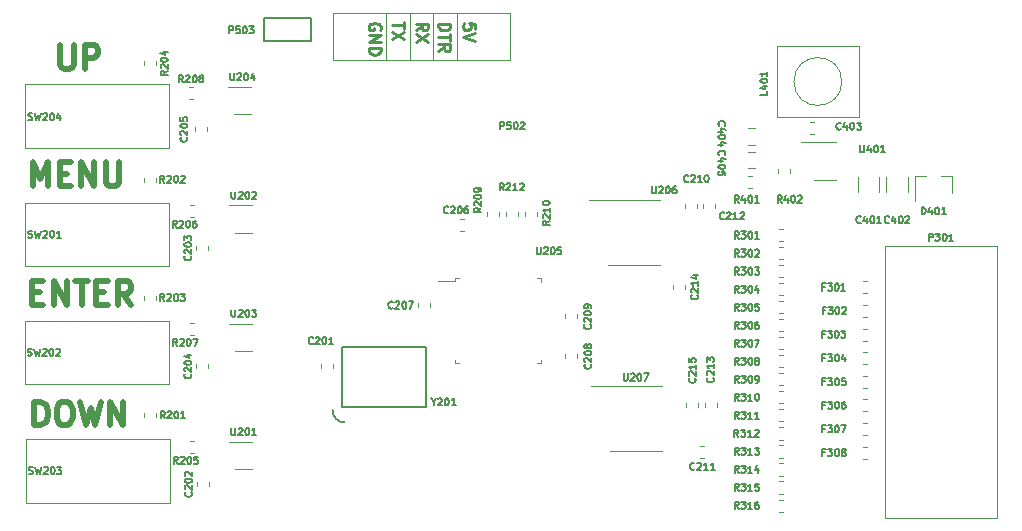
<source format=gto>
%TF.GenerationSoftware,KiCad,Pcbnew,(5.1.4)-1*%
%TF.CreationDate,2019-11-23T11:30:54-08:00*%
%TF.ProjectId,20191120_Projects_CellMonitor,32303139-3131-4323-905f-50726f6a6563,rev?*%
%TF.SameCoordinates,PXb71b000PYd787c80*%
%TF.FileFunction,Legend,Top*%
%TF.FilePolarity,Positive*%
%FSLAX46Y46*%
G04 Gerber Fmt 4.6, Leading zero omitted, Abs format (unit mm)*
G04 Created by KiCad (PCBNEW (5.1.4)-1) date 2019-11-23 11:30:54*
%MOMM*%
%LPD*%
G04 APERTURE LIST*
%ADD10C,0.120000*%
%ADD11C,0.250000*%
%ADD12C,0.500000*%
%ADD13C,0.150000*%
G04 APERTURE END LIST*
D10*
X36500000Y43000000D02*
X36500000Y39000000D01*
X34500000Y43000000D02*
X34500000Y39000000D01*
X32500000Y43000000D02*
X32500000Y39000000D01*
X30500000Y43000000D02*
X30500000Y39000000D01*
X41000000Y43000000D02*
X26000000Y43000000D01*
X41000000Y39000000D02*
X41000000Y43000000D01*
X38250000Y39000000D02*
X41000000Y39000000D01*
X28750000Y39000000D02*
X38250000Y39000000D01*
X26000000Y39000000D02*
X28750000Y39000000D01*
X26000000Y43000000D02*
X26000000Y39000000D01*
D11*
X30000000Y41575596D02*
X30047619Y41670834D01*
X30047619Y41813691D01*
X30000000Y41956548D01*
X29904761Y42051786D01*
X29809523Y42099405D01*
X29619047Y42147024D01*
X29476190Y42147024D01*
X29285714Y42099405D01*
X29190476Y42051786D01*
X29095238Y41956548D01*
X29047619Y41813691D01*
X29047619Y41718453D01*
X29095238Y41575596D01*
X29142857Y41527977D01*
X29476190Y41527977D01*
X29476190Y41718453D01*
X29047619Y41099405D02*
X30047619Y41099405D01*
X29047619Y40527977D01*
X30047619Y40527977D01*
X29047619Y40051786D02*
X30047619Y40051786D01*
X30047619Y39813691D01*
X30000000Y39670834D01*
X29904761Y39575596D01*
X29809523Y39527977D01*
X29619047Y39480358D01*
X29476190Y39480358D01*
X29285714Y39527977D01*
X29190476Y39575596D01*
X29095238Y39670834D01*
X29047619Y39813691D01*
X29047619Y40051786D01*
X32047619Y42242262D02*
X32047619Y41670834D01*
X31047619Y41956548D02*
X32047619Y41956548D01*
X32047619Y41432739D02*
X31047619Y40766072D01*
X32047619Y40766072D02*
X31047619Y41432739D01*
X33047619Y41527977D02*
X33523809Y41861310D01*
X33047619Y42099405D02*
X34047619Y42099405D01*
X34047619Y41718453D01*
X34000000Y41623215D01*
X33952380Y41575596D01*
X33857142Y41527977D01*
X33714285Y41527977D01*
X33619047Y41575596D01*
X33571428Y41623215D01*
X33523809Y41718453D01*
X33523809Y42099405D01*
X34047619Y41194643D02*
X33047619Y40527977D01*
X34047619Y40527977D02*
X33047619Y41194643D01*
X34947619Y42099405D02*
X35947619Y42099405D01*
X35947619Y41861310D01*
X35900000Y41718453D01*
X35804761Y41623215D01*
X35709523Y41575596D01*
X35519047Y41527977D01*
X35376190Y41527977D01*
X35185714Y41575596D01*
X35090476Y41623215D01*
X34995238Y41718453D01*
X34947619Y41861310D01*
X34947619Y42099405D01*
X35947619Y41242262D02*
X35947619Y40670834D01*
X34947619Y40956548D02*
X35947619Y40956548D01*
X34947619Y39766072D02*
X35423809Y40099405D01*
X34947619Y40337500D02*
X35947619Y40337500D01*
X35947619Y39956548D01*
X35900000Y39861310D01*
X35852380Y39813691D01*
X35757142Y39766072D01*
X35614285Y39766072D01*
X35519047Y39813691D01*
X35471428Y39861310D01*
X35423809Y39956548D01*
X35423809Y40337500D01*
X38047619Y41623215D02*
X38047619Y42099405D01*
X37571428Y42147024D01*
X37619047Y42099405D01*
X37666666Y42004167D01*
X37666666Y41766072D01*
X37619047Y41670834D01*
X37571428Y41623215D01*
X37476190Y41575596D01*
X37238095Y41575596D01*
X37142857Y41623215D01*
X37095238Y41670834D01*
X37047619Y41766072D01*
X37047619Y42004167D01*
X37095238Y42099405D01*
X37142857Y42147024D01*
X38047619Y41289881D02*
X37047619Y40956548D01*
X38047619Y40623215D01*
D12*
X738095Y8095239D02*
X738095Y10095239D01*
X1214285Y10095239D01*
X1500000Y10000000D01*
X1690476Y9809524D01*
X1785714Y9619048D01*
X1880952Y9238096D01*
X1880952Y8952381D01*
X1785714Y8571429D01*
X1690476Y8380953D01*
X1500000Y8190477D01*
X1214285Y8095239D01*
X738095Y8095239D01*
X3119047Y10095239D02*
X3500000Y10095239D01*
X3690476Y10000000D01*
X3880952Y9809524D01*
X3976190Y9428572D01*
X3976190Y8761905D01*
X3880952Y8380953D01*
X3690476Y8190477D01*
X3500000Y8095239D01*
X3119047Y8095239D01*
X2928571Y8190477D01*
X2738095Y8380953D01*
X2642857Y8761905D01*
X2642857Y9428572D01*
X2738095Y9809524D01*
X2928571Y10000000D01*
X3119047Y10095239D01*
X4642857Y10095239D02*
X5119047Y8095239D01*
X5500000Y9523810D01*
X5880952Y8095239D01*
X6357142Y10095239D01*
X7119047Y8095239D02*
X7119047Y10095239D01*
X8261904Y8095239D01*
X8261904Y10095239D01*
X557142Y19342858D02*
X1223809Y19342858D01*
X1509523Y18295239D02*
X557142Y18295239D01*
X557142Y20295239D01*
X1509523Y20295239D01*
X2366666Y18295239D02*
X2366666Y20295239D01*
X3509523Y18295239D01*
X3509523Y20295239D01*
X4176190Y20295239D02*
X5319047Y20295239D01*
X4747619Y18295239D02*
X4747619Y20295239D01*
X5985714Y19342858D02*
X6652380Y19342858D01*
X6938095Y18295239D02*
X5985714Y18295239D01*
X5985714Y20295239D01*
X6938095Y20295239D01*
X8938095Y18295239D02*
X8271428Y19247620D01*
X7795238Y18295239D02*
X7795238Y20295239D01*
X8557142Y20295239D01*
X8747619Y20200000D01*
X8842857Y20104762D01*
X8938095Y19914286D01*
X8938095Y19628572D01*
X8842857Y19438096D01*
X8747619Y19342858D01*
X8557142Y19247620D01*
X7795238Y19247620D01*
X583333Y28345239D02*
X583333Y30345239D01*
X1250000Y28916667D01*
X1916666Y30345239D01*
X1916666Y28345239D01*
X2869047Y29392858D02*
X3535714Y29392858D01*
X3821428Y28345239D02*
X2869047Y28345239D01*
X2869047Y30345239D01*
X3821428Y30345239D01*
X4678571Y28345239D02*
X4678571Y30345239D01*
X5821428Y28345239D01*
X5821428Y30345239D01*
X6773809Y30345239D02*
X6773809Y28726191D01*
X6869047Y28535715D01*
X6964285Y28440477D01*
X7154761Y28345239D01*
X7535714Y28345239D01*
X7726190Y28440477D01*
X7821428Y28535715D01*
X7916666Y28726191D01*
X7916666Y30345239D01*
X2928571Y40270239D02*
X2928571Y38651191D01*
X3023809Y38460715D01*
X3119047Y38365477D01*
X3309523Y38270239D01*
X3690476Y38270239D01*
X3880952Y38365477D01*
X3976190Y38460715D01*
X4071428Y38651191D01*
X4071428Y40270239D01*
X5023809Y38270239D02*
X5023809Y40270239D01*
X5785714Y40270239D01*
X5976190Y40175000D01*
X6071428Y40079762D01*
X6166666Y39889286D01*
X6166666Y39603572D01*
X6071428Y39413096D01*
X5976190Y39317858D01*
X5785714Y39222620D01*
X5023809Y39222620D01*
D13*
X26998000Y8340000D02*
G75*
G02X25982000Y9356000I0J1016000D01*
G01*
X33856000Y14690000D02*
X26744000Y14690000D01*
X33856000Y9610000D02*
X33856000Y14690000D01*
X26744000Y9610000D02*
X33856000Y9610000D01*
X26744000Y14690000D02*
X26744000Y9610000D01*
D10*
X24990000Y12903733D02*
X24990000Y13246267D01*
X26010000Y12903733D02*
X26010000Y13246267D01*
X15510000Y2928733D02*
X15510000Y3271267D01*
X14490000Y2928733D02*
X14490000Y3271267D01*
X14440000Y22953733D02*
X14440000Y23296267D01*
X15460000Y22953733D02*
X15460000Y23296267D01*
X15460000Y12928733D02*
X15460000Y13271267D01*
X14440000Y12928733D02*
X14440000Y13271267D01*
X15360000Y32978733D02*
X15360000Y33321267D01*
X14340000Y32978733D02*
X14340000Y33321267D01*
X37096267Y25560000D02*
X36753733Y25560000D01*
X37096267Y24540000D02*
X36753733Y24540000D01*
X33240000Y18078733D02*
X33240000Y18421267D01*
X34260000Y18078733D02*
X34260000Y18421267D01*
X45690000Y14096267D02*
X45690000Y13753733D01*
X46710000Y14096267D02*
X46710000Y13753733D01*
X45690000Y17153733D02*
X45690000Y17496267D01*
X46710000Y17153733D02*
X46710000Y17496267D01*
X55790000Y26478733D02*
X55790000Y26821267D01*
X56810000Y26478733D02*
X56810000Y26821267D01*
X57128733Y6310000D02*
X57471267Y6310000D01*
X57128733Y5290000D02*
X57471267Y5290000D01*
X58360000Y26478733D02*
X58360000Y26821267D01*
X57340000Y26478733D02*
X57340000Y26821267D01*
X58510000Y9678733D02*
X58510000Y10021267D01*
X57490000Y9678733D02*
X57490000Y10021267D01*
X55860000Y19971267D02*
X55860000Y19628733D01*
X54840000Y19971267D02*
X54840000Y19628733D01*
X55940000Y9678733D02*
X55940000Y10021267D01*
X56960000Y9678733D02*
X56960000Y10021267D01*
X70465000Y29089564D02*
X70465000Y27885436D01*
X72285000Y29089564D02*
X72285000Y27885436D01*
X74685000Y29089564D02*
X74685000Y27885436D01*
X72865000Y29089564D02*
X72865000Y27885436D01*
X66721267Y33735000D02*
X66378733Y33735000D01*
X66721267Y32715000D02*
X66378733Y32715000D01*
X61188748Y33260000D02*
X61711252Y33260000D01*
X61188748Y31840000D02*
X61711252Y31840000D01*
X61188748Y29840000D02*
X61711252Y29840000D01*
X61188748Y31260000D02*
X61711252Y31260000D01*
X78455000Y29235000D02*
X77525000Y29235000D01*
X75295000Y29235000D02*
X76225000Y29235000D01*
X75295000Y29235000D02*
X75295000Y27075000D01*
X78455000Y29235000D02*
X78455000Y27775000D01*
X71225279Y20285000D02*
X70899721Y20285000D01*
X71225279Y19265000D02*
X70899721Y19265000D01*
X71250279Y17265000D02*
X70924721Y17265000D01*
X71250279Y18285000D02*
X70924721Y18285000D01*
X71250279Y16285000D02*
X70924721Y16285000D01*
X71250279Y15265000D02*
X70924721Y15265000D01*
X71250279Y13265000D02*
X70924721Y13265000D01*
X71250279Y14285000D02*
X70924721Y14285000D01*
X71250279Y12285000D02*
X70924721Y12285000D01*
X71250279Y11265000D02*
X70924721Y11265000D01*
X71250279Y9265000D02*
X70924721Y9265000D01*
X71250279Y10285000D02*
X70924721Y10285000D01*
X71250279Y7265000D02*
X70924721Y7265000D01*
X71250279Y8285000D02*
X70924721Y8285000D01*
X71237779Y6285000D02*
X70912221Y6285000D01*
X71237779Y5265000D02*
X70912221Y5265000D01*
X70575000Y34200000D02*
X70575000Y40200000D01*
X63575000Y34200000D02*
X70575000Y34200000D01*
X63575000Y40200000D02*
X63575000Y34200000D01*
X70575000Y40200000D02*
X63575000Y40200000D01*
X69100000Y37200000D02*
G75*
G03X69100000Y37200000I-2025000J0D01*
G01*
X82275000Y13275000D02*
X82275000Y275000D01*
X82275000Y275000D02*
X72775000Y275000D01*
X72775000Y275000D02*
X72775000Y23275000D01*
X72775000Y13275000D02*
X72775000Y13275000D01*
X82275000Y23275000D02*
X82275000Y13275000D01*
X72775000Y23275000D02*
X82275000Y23275000D01*
X9990000Y8778733D02*
X9990000Y9121267D01*
X11010000Y8778733D02*
X11010000Y9121267D01*
X11010000Y28728733D02*
X11010000Y29071267D01*
X9990000Y28728733D02*
X9990000Y29071267D01*
X11010000Y18728733D02*
X11010000Y19071267D01*
X9990000Y18728733D02*
X9990000Y19071267D01*
X9990000Y38578733D02*
X9990000Y38921267D01*
X11010000Y38578733D02*
X11010000Y38921267D01*
X14271267Y5740000D02*
X13928733Y5740000D01*
X14271267Y6760000D02*
X13928733Y6760000D01*
X14221267Y25740000D02*
X13878733Y25740000D01*
X14221267Y26760000D02*
X13878733Y26760000D01*
X14221267Y15740000D02*
X13878733Y15740000D01*
X14221267Y16760000D02*
X13878733Y16760000D01*
X14171267Y36760000D02*
X13828733Y36760000D01*
X14171267Y35740000D02*
X13828733Y35740000D01*
X39090000Y26121267D02*
X39090000Y25778733D01*
X40110000Y26121267D02*
X40110000Y25778733D01*
X42290000Y26121267D02*
X42290000Y25778733D01*
X43310000Y26121267D02*
X43310000Y25778733D01*
X40690000Y26121267D02*
X40690000Y25778733D01*
X41710000Y26121267D02*
X41710000Y25778733D01*
X64121267Y23665000D02*
X63778733Y23665000D01*
X64121267Y24685000D02*
X63778733Y24685000D01*
X63778733Y23160000D02*
X64121267Y23160000D01*
X63778733Y22140000D02*
X64121267Y22140000D01*
X64121267Y20615000D02*
X63778733Y20615000D01*
X64121267Y21635000D02*
X63778733Y21635000D01*
X63778733Y19090000D02*
X64121267Y19090000D01*
X63778733Y20110000D02*
X64121267Y20110000D01*
X64121267Y18585000D02*
X63778733Y18585000D01*
X64121267Y17565000D02*
X63778733Y17565000D01*
X63778733Y17060000D02*
X64121267Y17060000D01*
X63778733Y16040000D02*
X64121267Y16040000D01*
X64121267Y14515000D02*
X63778733Y14515000D01*
X64121267Y15535000D02*
X63778733Y15535000D01*
X63778733Y12990000D02*
X64121267Y12990000D01*
X63778733Y14010000D02*
X64121267Y14010000D01*
X64121267Y11465000D02*
X63778733Y11465000D01*
X64121267Y12485000D02*
X63778733Y12485000D01*
X63778733Y9940000D02*
X64121267Y9940000D01*
X63778733Y10960000D02*
X64121267Y10960000D01*
X64121267Y9435000D02*
X63778733Y9435000D01*
X64121267Y8415000D02*
X63778733Y8415000D01*
X63778733Y7910000D02*
X64121267Y7910000D01*
X63778733Y6890000D02*
X64121267Y6890000D01*
X64121267Y5365000D02*
X63778733Y5365000D01*
X64121267Y6385000D02*
X63778733Y6385000D01*
X63778733Y4860000D02*
X64121267Y4860000D01*
X63778733Y3840000D02*
X64121267Y3840000D01*
X64121267Y3335000D02*
X63778733Y3335000D01*
X64121267Y2315000D02*
X63778733Y2315000D01*
X63778733Y790000D02*
X64121267Y790000D01*
X63778733Y1810000D02*
X64121267Y1810000D01*
X61128733Y29235000D02*
X61471267Y29235000D01*
X61128733Y28215000D02*
X61471267Y28215000D01*
X64685000Y29428733D02*
X64685000Y29771267D01*
X63665000Y29428733D02*
X63665000Y29771267D01*
X-50000Y21550000D02*
X12150000Y21550000D01*
X-50000Y26950000D02*
X-50000Y21550000D01*
X10050000Y26950000D02*
X-50000Y26950000D01*
X12150000Y26950000D02*
X10050000Y26950000D01*
X12150000Y21550000D02*
X12150000Y26950000D01*
X12150000Y11550000D02*
X12150000Y16950000D01*
X12150000Y16950000D02*
X10050000Y16950000D01*
X10050000Y16950000D02*
X-50000Y16950000D01*
X-50000Y16950000D02*
X-50000Y11550000D01*
X-50000Y11550000D02*
X12150000Y11550000D01*
X12200000Y1550000D02*
X12200000Y6950000D01*
X12200000Y6950000D02*
X10100000Y6950000D01*
X10100000Y6950000D02*
X0Y6950000D01*
X0Y6950000D02*
X0Y1550000D01*
X0Y1550000D02*
X12200000Y1550000D01*
X-50000Y31550000D02*
X12150000Y31550000D01*
X-50000Y36950000D02*
X-50000Y31550000D01*
X10050000Y36950000D02*
X-50000Y36950000D01*
X12150000Y36950000D02*
X10050000Y36950000D01*
X12150000Y31550000D02*
X12150000Y36950000D01*
X36350000Y20575000D02*
X36350000Y20350000D01*
X43600000Y20575000D02*
X43600000Y20250000D01*
X43600000Y13325000D02*
X43600000Y13650000D01*
X36350000Y13325000D02*
X36350000Y13650000D01*
X36350000Y20575000D02*
X36675000Y20575000D01*
X36350000Y13325000D02*
X36675000Y13325000D01*
X43600000Y13325000D02*
X43275000Y13325000D01*
X43600000Y20575000D02*
X43275000Y20575000D01*
X36350000Y20350000D02*
X34925000Y20350000D01*
X49300000Y21625000D02*
X53700000Y21625000D01*
X47725000Y27150000D02*
X53700000Y27150000D01*
X47875000Y11400000D02*
X53850000Y11400000D01*
X49450000Y5875000D02*
X53850000Y5875000D01*
X66775000Y28865000D02*
X68575000Y28865000D01*
X68575000Y32085000D02*
X65625000Y32085000D01*
D13*
X24150000Y40600000D02*
X20150000Y40600000D01*
X20150000Y40600000D02*
X20150000Y42600000D01*
X20150000Y42600000D02*
X24150000Y42600000D01*
X24150000Y42600000D02*
X24150000Y40600000D01*
D10*
X17750000Y4390000D02*
X19150000Y4390000D01*
X19150000Y6710000D02*
X17250000Y6710000D01*
X19150000Y26710000D02*
X17250000Y26710000D01*
X17750000Y24390000D02*
X19150000Y24390000D01*
X19150000Y16710000D02*
X17250000Y16710000D01*
X17750000Y14390000D02*
X19150000Y14390000D01*
X17650000Y34440000D02*
X19050000Y34440000D01*
X19050000Y36760000D02*
X17150000Y36760000D01*
D13*
X40185714Y33178572D02*
X40185714Y33778572D01*
X40414285Y33778572D01*
X40471428Y33750000D01*
X40500000Y33721429D01*
X40528571Y33664286D01*
X40528571Y33578572D01*
X40500000Y33521429D01*
X40471428Y33492858D01*
X40414285Y33464286D01*
X40185714Y33464286D01*
X41071428Y33778572D02*
X40785714Y33778572D01*
X40757142Y33492858D01*
X40785714Y33521429D01*
X40842857Y33550000D01*
X40985714Y33550000D01*
X41042857Y33521429D01*
X41071428Y33492858D01*
X41100000Y33435715D01*
X41100000Y33292858D01*
X41071428Y33235715D01*
X41042857Y33207143D01*
X40985714Y33178572D01*
X40842857Y33178572D01*
X40785714Y33207143D01*
X40757142Y33235715D01*
X41471428Y33778572D02*
X41528571Y33778572D01*
X41585714Y33750000D01*
X41614285Y33721429D01*
X41642857Y33664286D01*
X41671428Y33550000D01*
X41671428Y33407143D01*
X41642857Y33292858D01*
X41614285Y33235715D01*
X41585714Y33207143D01*
X41528571Y33178572D01*
X41471428Y33178572D01*
X41414285Y33207143D01*
X41385714Y33235715D01*
X41357142Y33292858D01*
X41328571Y33407143D01*
X41328571Y33550000D01*
X41357142Y33664286D01*
X41385714Y33721429D01*
X41414285Y33750000D01*
X41471428Y33778572D01*
X41900000Y33721429D02*
X41928571Y33750000D01*
X41985714Y33778572D01*
X42128571Y33778572D01*
X42185714Y33750000D01*
X42214285Y33721429D01*
X42242857Y33664286D01*
X42242857Y33607143D01*
X42214285Y33521429D01*
X41871428Y33178572D01*
X42242857Y33178572D01*
X34542857Y10064286D02*
X34542857Y9778572D01*
X34342857Y10378572D02*
X34542857Y10064286D01*
X34742857Y10378572D01*
X34914285Y10321429D02*
X34942857Y10350000D01*
X35000000Y10378572D01*
X35142857Y10378572D01*
X35200000Y10350000D01*
X35228571Y10321429D01*
X35257142Y10264286D01*
X35257142Y10207143D01*
X35228571Y10121429D01*
X34885714Y9778572D01*
X35257142Y9778572D01*
X35628571Y10378572D02*
X35685714Y10378572D01*
X35742857Y10350000D01*
X35771428Y10321429D01*
X35800000Y10264286D01*
X35828571Y10150000D01*
X35828571Y10007143D01*
X35800000Y9892858D01*
X35771428Y9835715D01*
X35742857Y9807143D01*
X35685714Y9778572D01*
X35628571Y9778572D01*
X35571428Y9807143D01*
X35542857Y9835715D01*
X35514285Y9892858D01*
X35485714Y10007143D01*
X35485714Y10150000D01*
X35514285Y10264286D01*
X35542857Y10321429D01*
X35571428Y10350000D01*
X35628571Y10378572D01*
X36400000Y9778572D02*
X36057142Y9778572D01*
X36228571Y9778572D02*
X36228571Y10378572D01*
X36171428Y10292858D01*
X36114285Y10235715D01*
X36057142Y10207143D01*
X24328571Y15035715D02*
X24300000Y15007143D01*
X24214285Y14978572D01*
X24157142Y14978572D01*
X24071428Y15007143D01*
X24014285Y15064286D01*
X23985714Y15121429D01*
X23957142Y15235715D01*
X23957142Y15321429D01*
X23985714Y15435715D01*
X24014285Y15492858D01*
X24071428Y15550000D01*
X24157142Y15578572D01*
X24214285Y15578572D01*
X24300000Y15550000D01*
X24328571Y15521429D01*
X24557142Y15521429D02*
X24585714Y15550000D01*
X24642857Y15578572D01*
X24785714Y15578572D01*
X24842857Y15550000D01*
X24871428Y15521429D01*
X24900000Y15464286D01*
X24900000Y15407143D01*
X24871428Y15321429D01*
X24528571Y14978572D01*
X24900000Y14978572D01*
X25271428Y15578572D02*
X25328571Y15578572D01*
X25385714Y15550000D01*
X25414285Y15521429D01*
X25442857Y15464286D01*
X25471428Y15350000D01*
X25471428Y15207143D01*
X25442857Y15092858D01*
X25414285Y15035715D01*
X25385714Y15007143D01*
X25328571Y14978572D01*
X25271428Y14978572D01*
X25214285Y15007143D01*
X25185714Y15035715D01*
X25157142Y15092858D01*
X25128571Y15207143D01*
X25128571Y15350000D01*
X25157142Y15464286D01*
X25185714Y15521429D01*
X25214285Y15550000D01*
X25271428Y15578572D01*
X26042857Y14978572D02*
X25700000Y14978572D01*
X25871428Y14978572D02*
X25871428Y15578572D01*
X25814285Y15492858D01*
X25757142Y15435715D01*
X25700000Y15407143D01*
X14014285Y2428572D02*
X14042857Y2400000D01*
X14071428Y2314286D01*
X14071428Y2257143D01*
X14042857Y2171429D01*
X13985714Y2114286D01*
X13928571Y2085715D01*
X13814285Y2057143D01*
X13728571Y2057143D01*
X13614285Y2085715D01*
X13557142Y2114286D01*
X13500000Y2171429D01*
X13471428Y2257143D01*
X13471428Y2314286D01*
X13500000Y2400000D01*
X13528571Y2428572D01*
X13528571Y2657143D02*
X13500000Y2685715D01*
X13471428Y2742858D01*
X13471428Y2885715D01*
X13500000Y2942858D01*
X13528571Y2971429D01*
X13585714Y3000000D01*
X13642857Y3000000D01*
X13728571Y2971429D01*
X14071428Y2628572D01*
X14071428Y3000000D01*
X13471428Y3371429D02*
X13471428Y3428572D01*
X13500000Y3485715D01*
X13528571Y3514286D01*
X13585714Y3542858D01*
X13700000Y3571429D01*
X13842857Y3571429D01*
X13957142Y3542858D01*
X14014285Y3514286D01*
X14042857Y3485715D01*
X14071428Y3428572D01*
X14071428Y3371429D01*
X14042857Y3314286D01*
X14014285Y3285715D01*
X13957142Y3257143D01*
X13842857Y3228572D01*
X13700000Y3228572D01*
X13585714Y3257143D01*
X13528571Y3285715D01*
X13500000Y3314286D01*
X13471428Y3371429D01*
X13528571Y3800000D02*
X13500000Y3828572D01*
X13471428Y3885715D01*
X13471428Y4028572D01*
X13500000Y4085715D01*
X13528571Y4114286D01*
X13585714Y4142858D01*
X13642857Y4142858D01*
X13728571Y4114286D01*
X14071428Y3771429D01*
X14071428Y4142858D01*
X13964285Y22428572D02*
X13992857Y22400000D01*
X14021428Y22314286D01*
X14021428Y22257143D01*
X13992857Y22171429D01*
X13935714Y22114286D01*
X13878571Y22085715D01*
X13764285Y22057143D01*
X13678571Y22057143D01*
X13564285Y22085715D01*
X13507142Y22114286D01*
X13450000Y22171429D01*
X13421428Y22257143D01*
X13421428Y22314286D01*
X13450000Y22400000D01*
X13478571Y22428572D01*
X13478571Y22657143D02*
X13450000Y22685715D01*
X13421428Y22742858D01*
X13421428Y22885715D01*
X13450000Y22942858D01*
X13478571Y22971429D01*
X13535714Y23000000D01*
X13592857Y23000000D01*
X13678571Y22971429D01*
X14021428Y22628572D01*
X14021428Y23000000D01*
X13421428Y23371429D02*
X13421428Y23428572D01*
X13450000Y23485715D01*
X13478571Y23514286D01*
X13535714Y23542858D01*
X13650000Y23571429D01*
X13792857Y23571429D01*
X13907142Y23542858D01*
X13964285Y23514286D01*
X13992857Y23485715D01*
X14021428Y23428572D01*
X14021428Y23371429D01*
X13992857Y23314286D01*
X13964285Y23285715D01*
X13907142Y23257143D01*
X13792857Y23228572D01*
X13650000Y23228572D01*
X13535714Y23257143D01*
X13478571Y23285715D01*
X13450000Y23314286D01*
X13421428Y23371429D01*
X13421428Y23771429D02*
X13421428Y24142858D01*
X13650000Y23942858D01*
X13650000Y24028572D01*
X13678571Y24085715D01*
X13707142Y24114286D01*
X13764285Y24142858D01*
X13907142Y24142858D01*
X13964285Y24114286D01*
X13992857Y24085715D01*
X14021428Y24028572D01*
X14021428Y23857143D01*
X13992857Y23800000D01*
X13964285Y23771429D01*
X13964285Y12428572D02*
X13992857Y12400000D01*
X14021428Y12314286D01*
X14021428Y12257143D01*
X13992857Y12171429D01*
X13935714Y12114286D01*
X13878571Y12085715D01*
X13764285Y12057143D01*
X13678571Y12057143D01*
X13564285Y12085715D01*
X13507142Y12114286D01*
X13450000Y12171429D01*
X13421428Y12257143D01*
X13421428Y12314286D01*
X13450000Y12400000D01*
X13478571Y12428572D01*
X13478571Y12657143D02*
X13450000Y12685715D01*
X13421428Y12742858D01*
X13421428Y12885715D01*
X13450000Y12942858D01*
X13478571Y12971429D01*
X13535714Y13000000D01*
X13592857Y13000000D01*
X13678571Y12971429D01*
X14021428Y12628572D01*
X14021428Y13000000D01*
X13421428Y13371429D02*
X13421428Y13428572D01*
X13450000Y13485715D01*
X13478571Y13514286D01*
X13535714Y13542858D01*
X13650000Y13571429D01*
X13792857Y13571429D01*
X13907142Y13542858D01*
X13964285Y13514286D01*
X13992857Y13485715D01*
X14021428Y13428572D01*
X14021428Y13371429D01*
X13992857Y13314286D01*
X13964285Y13285715D01*
X13907142Y13257143D01*
X13792857Y13228572D01*
X13650000Y13228572D01*
X13535714Y13257143D01*
X13478571Y13285715D01*
X13450000Y13314286D01*
X13421428Y13371429D01*
X13621428Y14085715D02*
X14021428Y14085715D01*
X13392857Y13942858D02*
X13821428Y13800000D01*
X13821428Y14171429D01*
X13634285Y32478572D02*
X13662857Y32450000D01*
X13691428Y32364286D01*
X13691428Y32307143D01*
X13662857Y32221429D01*
X13605714Y32164286D01*
X13548571Y32135715D01*
X13434285Y32107143D01*
X13348571Y32107143D01*
X13234285Y32135715D01*
X13177142Y32164286D01*
X13120000Y32221429D01*
X13091428Y32307143D01*
X13091428Y32364286D01*
X13120000Y32450000D01*
X13148571Y32478572D01*
X13148571Y32707143D02*
X13120000Y32735715D01*
X13091428Y32792858D01*
X13091428Y32935715D01*
X13120000Y32992858D01*
X13148571Y33021429D01*
X13205714Y33050000D01*
X13262857Y33050000D01*
X13348571Y33021429D01*
X13691428Y32678572D01*
X13691428Y33050000D01*
X13091428Y33421429D02*
X13091428Y33478572D01*
X13120000Y33535715D01*
X13148571Y33564286D01*
X13205714Y33592858D01*
X13320000Y33621429D01*
X13462857Y33621429D01*
X13577142Y33592858D01*
X13634285Y33564286D01*
X13662857Y33535715D01*
X13691428Y33478572D01*
X13691428Y33421429D01*
X13662857Y33364286D01*
X13634285Y33335715D01*
X13577142Y33307143D01*
X13462857Y33278572D01*
X13320000Y33278572D01*
X13205714Y33307143D01*
X13148571Y33335715D01*
X13120000Y33364286D01*
X13091428Y33421429D01*
X13091428Y34164286D02*
X13091428Y33878572D01*
X13377142Y33850000D01*
X13348571Y33878572D01*
X13320000Y33935715D01*
X13320000Y34078572D01*
X13348571Y34135715D01*
X13377142Y34164286D01*
X13434285Y34192858D01*
X13577142Y34192858D01*
X13634285Y34164286D01*
X13662857Y34135715D01*
X13691428Y34078572D01*
X13691428Y33935715D01*
X13662857Y33878572D01*
X13634285Y33850000D01*
X35778571Y26085715D02*
X35750000Y26057143D01*
X35664285Y26028572D01*
X35607142Y26028572D01*
X35521428Y26057143D01*
X35464285Y26114286D01*
X35435714Y26171429D01*
X35407142Y26285715D01*
X35407142Y26371429D01*
X35435714Y26485715D01*
X35464285Y26542858D01*
X35521428Y26600000D01*
X35607142Y26628572D01*
X35664285Y26628572D01*
X35750000Y26600000D01*
X35778571Y26571429D01*
X36007142Y26571429D02*
X36035714Y26600000D01*
X36092857Y26628572D01*
X36235714Y26628572D01*
X36292857Y26600000D01*
X36321428Y26571429D01*
X36350000Y26514286D01*
X36350000Y26457143D01*
X36321428Y26371429D01*
X35978571Y26028572D01*
X36350000Y26028572D01*
X36721428Y26628572D02*
X36778571Y26628572D01*
X36835714Y26600000D01*
X36864285Y26571429D01*
X36892857Y26514286D01*
X36921428Y26400000D01*
X36921428Y26257143D01*
X36892857Y26142858D01*
X36864285Y26085715D01*
X36835714Y26057143D01*
X36778571Y26028572D01*
X36721428Y26028572D01*
X36664285Y26057143D01*
X36635714Y26085715D01*
X36607142Y26142858D01*
X36578571Y26257143D01*
X36578571Y26400000D01*
X36607142Y26514286D01*
X36635714Y26571429D01*
X36664285Y26600000D01*
X36721428Y26628572D01*
X37435714Y26628572D02*
X37321428Y26628572D01*
X37264285Y26600000D01*
X37235714Y26571429D01*
X37178571Y26485715D01*
X37150000Y26371429D01*
X37150000Y26142858D01*
X37178571Y26085715D01*
X37207142Y26057143D01*
X37264285Y26028572D01*
X37378571Y26028572D01*
X37435714Y26057143D01*
X37464285Y26085715D01*
X37492857Y26142858D01*
X37492857Y26285715D01*
X37464285Y26342858D01*
X37435714Y26371429D01*
X37378571Y26400000D01*
X37264285Y26400000D01*
X37207142Y26371429D01*
X37178571Y26342858D01*
X37150000Y26285715D01*
X31078571Y18035715D02*
X31050000Y18007143D01*
X30964285Y17978572D01*
X30907142Y17978572D01*
X30821428Y18007143D01*
X30764285Y18064286D01*
X30735714Y18121429D01*
X30707142Y18235715D01*
X30707142Y18321429D01*
X30735714Y18435715D01*
X30764285Y18492858D01*
X30821428Y18550000D01*
X30907142Y18578572D01*
X30964285Y18578572D01*
X31050000Y18550000D01*
X31078571Y18521429D01*
X31307142Y18521429D02*
X31335714Y18550000D01*
X31392857Y18578572D01*
X31535714Y18578572D01*
X31592857Y18550000D01*
X31621428Y18521429D01*
X31650000Y18464286D01*
X31650000Y18407143D01*
X31621428Y18321429D01*
X31278571Y17978572D01*
X31650000Y17978572D01*
X32021428Y18578572D02*
X32078571Y18578572D01*
X32135714Y18550000D01*
X32164285Y18521429D01*
X32192857Y18464286D01*
X32221428Y18350000D01*
X32221428Y18207143D01*
X32192857Y18092858D01*
X32164285Y18035715D01*
X32135714Y18007143D01*
X32078571Y17978572D01*
X32021428Y17978572D01*
X31964285Y18007143D01*
X31935714Y18035715D01*
X31907142Y18092858D01*
X31878571Y18207143D01*
X31878571Y18350000D01*
X31907142Y18464286D01*
X31935714Y18521429D01*
X31964285Y18550000D01*
X32021428Y18578572D01*
X32421428Y18578572D02*
X32821428Y18578572D01*
X32564285Y17978572D01*
X47844285Y13253572D02*
X47872857Y13225000D01*
X47901428Y13139286D01*
X47901428Y13082143D01*
X47872857Y12996429D01*
X47815714Y12939286D01*
X47758571Y12910715D01*
X47644285Y12882143D01*
X47558571Y12882143D01*
X47444285Y12910715D01*
X47387142Y12939286D01*
X47330000Y12996429D01*
X47301428Y13082143D01*
X47301428Y13139286D01*
X47330000Y13225000D01*
X47358571Y13253572D01*
X47358571Y13482143D02*
X47330000Y13510715D01*
X47301428Y13567858D01*
X47301428Y13710715D01*
X47330000Y13767858D01*
X47358571Y13796429D01*
X47415714Y13825000D01*
X47472857Y13825000D01*
X47558571Y13796429D01*
X47901428Y13453572D01*
X47901428Y13825000D01*
X47301428Y14196429D02*
X47301428Y14253572D01*
X47330000Y14310715D01*
X47358571Y14339286D01*
X47415714Y14367858D01*
X47530000Y14396429D01*
X47672857Y14396429D01*
X47787142Y14367858D01*
X47844285Y14339286D01*
X47872857Y14310715D01*
X47901428Y14253572D01*
X47901428Y14196429D01*
X47872857Y14139286D01*
X47844285Y14110715D01*
X47787142Y14082143D01*
X47672857Y14053572D01*
X47530000Y14053572D01*
X47415714Y14082143D01*
X47358571Y14110715D01*
X47330000Y14139286D01*
X47301428Y14196429D01*
X47558571Y14739286D02*
X47530000Y14682143D01*
X47501428Y14653572D01*
X47444285Y14625000D01*
X47415714Y14625000D01*
X47358571Y14653572D01*
X47330000Y14682143D01*
X47301428Y14739286D01*
X47301428Y14853572D01*
X47330000Y14910715D01*
X47358571Y14939286D01*
X47415714Y14967858D01*
X47444285Y14967858D01*
X47501428Y14939286D01*
X47530000Y14910715D01*
X47558571Y14853572D01*
X47558571Y14739286D01*
X47587142Y14682143D01*
X47615714Y14653572D01*
X47672857Y14625000D01*
X47787142Y14625000D01*
X47844285Y14653572D01*
X47872857Y14682143D01*
X47901428Y14739286D01*
X47901428Y14853572D01*
X47872857Y14910715D01*
X47844285Y14939286D01*
X47787142Y14967858D01*
X47672857Y14967858D01*
X47615714Y14939286D01*
X47587142Y14910715D01*
X47558571Y14853572D01*
X47814285Y16628572D02*
X47842857Y16600000D01*
X47871428Y16514286D01*
X47871428Y16457143D01*
X47842857Y16371429D01*
X47785714Y16314286D01*
X47728571Y16285715D01*
X47614285Y16257143D01*
X47528571Y16257143D01*
X47414285Y16285715D01*
X47357142Y16314286D01*
X47300000Y16371429D01*
X47271428Y16457143D01*
X47271428Y16514286D01*
X47300000Y16600000D01*
X47328571Y16628572D01*
X47328571Y16857143D02*
X47300000Y16885715D01*
X47271428Y16942858D01*
X47271428Y17085715D01*
X47300000Y17142858D01*
X47328571Y17171429D01*
X47385714Y17200000D01*
X47442857Y17200000D01*
X47528571Y17171429D01*
X47871428Y16828572D01*
X47871428Y17200000D01*
X47271428Y17571429D02*
X47271428Y17628572D01*
X47300000Y17685715D01*
X47328571Y17714286D01*
X47385714Y17742858D01*
X47500000Y17771429D01*
X47642857Y17771429D01*
X47757142Y17742858D01*
X47814285Y17714286D01*
X47842857Y17685715D01*
X47871428Y17628572D01*
X47871428Y17571429D01*
X47842857Y17514286D01*
X47814285Y17485715D01*
X47757142Y17457143D01*
X47642857Y17428572D01*
X47500000Y17428572D01*
X47385714Y17457143D01*
X47328571Y17485715D01*
X47300000Y17514286D01*
X47271428Y17571429D01*
X47871428Y18057143D02*
X47871428Y18171429D01*
X47842857Y18228572D01*
X47814285Y18257143D01*
X47728571Y18314286D01*
X47614285Y18342858D01*
X47385714Y18342858D01*
X47328571Y18314286D01*
X47300000Y18285715D01*
X47271428Y18228572D01*
X47271428Y18114286D01*
X47300000Y18057143D01*
X47328571Y18028572D01*
X47385714Y18000000D01*
X47528571Y18000000D01*
X47585714Y18028572D01*
X47614285Y18057143D01*
X47642857Y18114286D01*
X47642857Y18228572D01*
X47614285Y18285715D01*
X47585714Y18314286D01*
X47528571Y18342858D01*
X56103571Y28735715D02*
X56075000Y28707143D01*
X55989285Y28678572D01*
X55932142Y28678572D01*
X55846428Y28707143D01*
X55789285Y28764286D01*
X55760714Y28821429D01*
X55732142Y28935715D01*
X55732142Y29021429D01*
X55760714Y29135715D01*
X55789285Y29192858D01*
X55846428Y29250000D01*
X55932142Y29278572D01*
X55989285Y29278572D01*
X56075000Y29250000D01*
X56103571Y29221429D01*
X56332142Y29221429D02*
X56360714Y29250000D01*
X56417857Y29278572D01*
X56560714Y29278572D01*
X56617857Y29250000D01*
X56646428Y29221429D01*
X56675000Y29164286D01*
X56675000Y29107143D01*
X56646428Y29021429D01*
X56303571Y28678572D01*
X56675000Y28678572D01*
X57246428Y28678572D02*
X56903571Y28678572D01*
X57075000Y28678572D02*
X57075000Y29278572D01*
X57017857Y29192858D01*
X56960714Y29135715D01*
X56903571Y29107143D01*
X57617857Y29278572D02*
X57675000Y29278572D01*
X57732142Y29250000D01*
X57760714Y29221429D01*
X57789285Y29164286D01*
X57817857Y29050000D01*
X57817857Y28907143D01*
X57789285Y28792858D01*
X57760714Y28735715D01*
X57732142Y28707143D01*
X57675000Y28678572D01*
X57617857Y28678572D01*
X57560714Y28707143D01*
X57532142Y28735715D01*
X57503571Y28792858D01*
X57475000Y28907143D01*
X57475000Y29050000D01*
X57503571Y29164286D01*
X57532142Y29221429D01*
X57560714Y29250000D01*
X57617857Y29278572D01*
X56628571Y4385715D02*
X56600000Y4357143D01*
X56514285Y4328572D01*
X56457142Y4328572D01*
X56371428Y4357143D01*
X56314285Y4414286D01*
X56285714Y4471429D01*
X56257142Y4585715D01*
X56257142Y4671429D01*
X56285714Y4785715D01*
X56314285Y4842858D01*
X56371428Y4900000D01*
X56457142Y4928572D01*
X56514285Y4928572D01*
X56600000Y4900000D01*
X56628571Y4871429D01*
X56857142Y4871429D02*
X56885714Y4900000D01*
X56942857Y4928572D01*
X57085714Y4928572D01*
X57142857Y4900000D01*
X57171428Y4871429D01*
X57200000Y4814286D01*
X57200000Y4757143D01*
X57171428Y4671429D01*
X56828571Y4328572D01*
X57200000Y4328572D01*
X57771428Y4328572D02*
X57428571Y4328572D01*
X57600000Y4328572D02*
X57600000Y4928572D01*
X57542857Y4842858D01*
X57485714Y4785715D01*
X57428571Y4757143D01*
X58342857Y4328572D02*
X58000000Y4328572D01*
X58171428Y4328572D02*
X58171428Y4928572D01*
X58114285Y4842858D01*
X58057142Y4785715D01*
X58000000Y4757143D01*
X59128571Y25585715D02*
X59100000Y25557143D01*
X59014285Y25528572D01*
X58957142Y25528572D01*
X58871428Y25557143D01*
X58814285Y25614286D01*
X58785714Y25671429D01*
X58757142Y25785715D01*
X58757142Y25871429D01*
X58785714Y25985715D01*
X58814285Y26042858D01*
X58871428Y26100000D01*
X58957142Y26128572D01*
X59014285Y26128572D01*
X59100000Y26100000D01*
X59128571Y26071429D01*
X59357142Y26071429D02*
X59385714Y26100000D01*
X59442857Y26128572D01*
X59585714Y26128572D01*
X59642857Y26100000D01*
X59671428Y26071429D01*
X59700000Y26014286D01*
X59700000Y25957143D01*
X59671428Y25871429D01*
X59328571Y25528572D01*
X59700000Y25528572D01*
X60271428Y25528572D02*
X59928571Y25528572D01*
X60100000Y25528572D02*
X60100000Y26128572D01*
X60042857Y26042858D01*
X59985714Y25985715D01*
X59928571Y25957143D01*
X60500000Y26071429D02*
X60528571Y26100000D01*
X60585714Y26128572D01*
X60728571Y26128572D01*
X60785714Y26100000D01*
X60814285Y26071429D01*
X60842857Y26014286D01*
X60842857Y25957143D01*
X60814285Y25871429D01*
X60471428Y25528572D01*
X60842857Y25528572D01*
X58214285Y12128572D02*
X58242857Y12100000D01*
X58271428Y12014286D01*
X58271428Y11957143D01*
X58242857Y11871429D01*
X58185714Y11814286D01*
X58128571Y11785715D01*
X58014285Y11757143D01*
X57928571Y11757143D01*
X57814285Y11785715D01*
X57757142Y11814286D01*
X57700000Y11871429D01*
X57671428Y11957143D01*
X57671428Y12014286D01*
X57700000Y12100000D01*
X57728571Y12128572D01*
X57728571Y12357143D02*
X57700000Y12385715D01*
X57671428Y12442858D01*
X57671428Y12585715D01*
X57700000Y12642858D01*
X57728571Y12671429D01*
X57785714Y12700000D01*
X57842857Y12700000D01*
X57928571Y12671429D01*
X58271428Y12328572D01*
X58271428Y12700000D01*
X58271428Y13271429D02*
X58271428Y12928572D01*
X58271428Y13100000D02*
X57671428Y13100000D01*
X57757142Y13042858D01*
X57814285Y12985715D01*
X57842857Y12928572D01*
X57671428Y13471429D02*
X57671428Y13842858D01*
X57900000Y13642858D01*
X57900000Y13728572D01*
X57928571Y13785715D01*
X57957142Y13814286D01*
X58014285Y13842858D01*
X58157142Y13842858D01*
X58214285Y13814286D01*
X58242857Y13785715D01*
X58271428Y13728572D01*
X58271428Y13557143D01*
X58242857Y13500000D01*
X58214285Y13471429D01*
X56864285Y19128572D02*
X56892857Y19100000D01*
X56921428Y19014286D01*
X56921428Y18957143D01*
X56892857Y18871429D01*
X56835714Y18814286D01*
X56778571Y18785715D01*
X56664285Y18757143D01*
X56578571Y18757143D01*
X56464285Y18785715D01*
X56407142Y18814286D01*
X56350000Y18871429D01*
X56321428Y18957143D01*
X56321428Y19014286D01*
X56350000Y19100000D01*
X56378571Y19128572D01*
X56378571Y19357143D02*
X56350000Y19385715D01*
X56321428Y19442858D01*
X56321428Y19585715D01*
X56350000Y19642858D01*
X56378571Y19671429D01*
X56435714Y19700000D01*
X56492857Y19700000D01*
X56578571Y19671429D01*
X56921428Y19328572D01*
X56921428Y19700000D01*
X56921428Y20271429D02*
X56921428Y19928572D01*
X56921428Y20100000D02*
X56321428Y20100000D01*
X56407142Y20042858D01*
X56464285Y19985715D01*
X56492857Y19928572D01*
X56521428Y20785715D02*
X56921428Y20785715D01*
X56292857Y20642858D02*
X56721428Y20500000D01*
X56721428Y20871429D01*
X56664285Y12078572D02*
X56692857Y12050000D01*
X56721428Y11964286D01*
X56721428Y11907143D01*
X56692857Y11821429D01*
X56635714Y11764286D01*
X56578571Y11735715D01*
X56464285Y11707143D01*
X56378571Y11707143D01*
X56264285Y11735715D01*
X56207142Y11764286D01*
X56150000Y11821429D01*
X56121428Y11907143D01*
X56121428Y11964286D01*
X56150000Y12050000D01*
X56178571Y12078572D01*
X56178571Y12307143D02*
X56150000Y12335715D01*
X56121428Y12392858D01*
X56121428Y12535715D01*
X56150000Y12592858D01*
X56178571Y12621429D01*
X56235714Y12650000D01*
X56292857Y12650000D01*
X56378571Y12621429D01*
X56721428Y12278572D01*
X56721428Y12650000D01*
X56721428Y13221429D02*
X56721428Y12878572D01*
X56721428Y13050000D02*
X56121428Y13050000D01*
X56207142Y12992858D01*
X56264285Y12935715D01*
X56292857Y12878572D01*
X56121428Y13764286D02*
X56121428Y13478572D01*
X56407142Y13450000D01*
X56378571Y13478572D01*
X56350000Y13535715D01*
X56350000Y13678572D01*
X56378571Y13735715D01*
X56407142Y13764286D01*
X56464285Y13792858D01*
X56607142Y13792858D01*
X56664285Y13764286D01*
X56692857Y13735715D01*
X56721428Y13678572D01*
X56721428Y13535715D01*
X56692857Y13478572D01*
X56664285Y13450000D01*
X70703571Y25260715D02*
X70675000Y25232143D01*
X70589285Y25203572D01*
X70532142Y25203572D01*
X70446428Y25232143D01*
X70389285Y25289286D01*
X70360714Y25346429D01*
X70332142Y25460715D01*
X70332142Y25546429D01*
X70360714Y25660715D01*
X70389285Y25717858D01*
X70446428Y25775000D01*
X70532142Y25803572D01*
X70589285Y25803572D01*
X70675000Y25775000D01*
X70703571Y25746429D01*
X71217857Y25603572D02*
X71217857Y25203572D01*
X71075000Y25832143D02*
X70932142Y25403572D01*
X71303571Y25403572D01*
X71646428Y25803572D02*
X71703571Y25803572D01*
X71760714Y25775000D01*
X71789285Y25746429D01*
X71817857Y25689286D01*
X71846428Y25575000D01*
X71846428Y25432143D01*
X71817857Y25317858D01*
X71789285Y25260715D01*
X71760714Y25232143D01*
X71703571Y25203572D01*
X71646428Y25203572D01*
X71589285Y25232143D01*
X71560714Y25260715D01*
X71532142Y25317858D01*
X71503571Y25432143D01*
X71503571Y25575000D01*
X71532142Y25689286D01*
X71560714Y25746429D01*
X71589285Y25775000D01*
X71646428Y25803572D01*
X72417857Y25203572D02*
X72075000Y25203572D01*
X72246428Y25203572D02*
X72246428Y25803572D01*
X72189285Y25717858D01*
X72132142Y25660715D01*
X72075000Y25632143D01*
X73103571Y25260715D02*
X73075000Y25232143D01*
X72989285Y25203572D01*
X72932142Y25203572D01*
X72846428Y25232143D01*
X72789285Y25289286D01*
X72760714Y25346429D01*
X72732142Y25460715D01*
X72732142Y25546429D01*
X72760714Y25660715D01*
X72789285Y25717858D01*
X72846428Y25775000D01*
X72932142Y25803572D01*
X72989285Y25803572D01*
X73075000Y25775000D01*
X73103571Y25746429D01*
X73617857Y25603572D02*
X73617857Y25203572D01*
X73475000Y25832143D02*
X73332142Y25403572D01*
X73703571Y25403572D01*
X74046428Y25803572D02*
X74103571Y25803572D01*
X74160714Y25775000D01*
X74189285Y25746429D01*
X74217857Y25689286D01*
X74246428Y25575000D01*
X74246428Y25432143D01*
X74217857Y25317858D01*
X74189285Y25260715D01*
X74160714Y25232143D01*
X74103571Y25203572D01*
X74046428Y25203572D01*
X73989285Y25232143D01*
X73960714Y25260715D01*
X73932142Y25317858D01*
X73903571Y25432143D01*
X73903571Y25575000D01*
X73932142Y25689286D01*
X73960714Y25746429D01*
X73989285Y25775000D01*
X74046428Y25803572D01*
X74475000Y25746429D02*
X74503571Y25775000D01*
X74560714Y25803572D01*
X74703571Y25803572D01*
X74760714Y25775000D01*
X74789285Y25746429D01*
X74817857Y25689286D01*
X74817857Y25632143D01*
X74789285Y25546429D01*
X74446428Y25203572D01*
X74817857Y25203572D01*
X69003571Y33185715D02*
X68975000Y33157143D01*
X68889285Y33128572D01*
X68832142Y33128572D01*
X68746428Y33157143D01*
X68689285Y33214286D01*
X68660714Y33271429D01*
X68632142Y33385715D01*
X68632142Y33471429D01*
X68660714Y33585715D01*
X68689285Y33642858D01*
X68746428Y33700000D01*
X68832142Y33728572D01*
X68889285Y33728572D01*
X68975000Y33700000D01*
X69003571Y33671429D01*
X69517857Y33528572D02*
X69517857Y33128572D01*
X69375000Y33757143D02*
X69232142Y33328572D01*
X69603571Y33328572D01*
X69946428Y33728572D02*
X70003571Y33728572D01*
X70060714Y33700000D01*
X70089285Y33671429D01*
X70117857Y33614286D01*
X70146428Y33500000D01*
X70146428Y33357143D01*
X70117857Y33242858D01*
X70089285Y33185715D01*
X70060714Y33157143D01*
X70003571Y33128572D01*
X69946428Y33128572D01*
X69889285Y33157143D01*
X69860714Y33185715D01*
X69832142Y33242858D01*
X69803571Y33357143D01*
X69803571Y33500000D01*
X69832142Y33614286D01*
X69860714Y33671429D01*
X69889285Y33700000D01*
X69946428Y33728572D01*
X70346428Y33728572D02*
X70717857Y33728572D01*
X70517857Y33500000D01*
X70603571Y33500000D01*
X70660714Y33471429D01*
X70689285Y33442858D01*
X70717857Y33385715D01*
X70717857Y33242858D01*
X70689285Y33185715D01*
X70660714Y33157143D01*
X70603571Y33128572D01*
X70432142Y33128572D01*
X70375000Y33157143D01*
X70346428Y33185715D01*
X58710714Y33471429D02*
X58682142Y33500000D01*
X58653571Y33585715D01*
X58653571Y33642858D01*
X58682142Y33728572D01*
X58739285Y33785715D01*
X58796428Y33814286D01*
X58910714Y33842858D01*
X58996428Y33842858D01*
X59110714Y33814286D01*
X59167857Y33785715D01*
X59225000Y33728572D01*
X59253571Y33642858D01*
X59253571Y33585715D01*
X59225000Y33500000D01*
X59196428Y33471429D01*
X59053571Y32957143D02*
X58653571Y32957143D01*
X59282142Y33100000D02*
X58853571Y33242858D01*
X58853571Y32871429D01*
X59253571Y32528572D02*
X59253571Y32471429D01*
X59225000Y32414286D01*
X59196428Y32385715D01*
X59139285Y32357143D01*
X59025000Y32328572D01*
X58882142Y32328572D01*
X58767857Y32357143D01*
X58710714Y32385715D01*
X58682142Y32414286D01*
X58653571Y32471429D01*
X58653571Y32528572D01*
X58682142Y32585715D01*
X58710714Y32614286D01*
X58767857Y32642858D01*
X58882142Y32671429D01*
X59025000Y32671429D01*
X59139285Y32642858D01*
X59196428Y32614286D01*
X59225000Y32585715D01*
X59253571Y32528572D01*
X59053571Y31814286D02*
X58653571Y31814286D01*
X59282142Y31957143D02*
X58853571Y32100000D01*
X58853571Y31728572D01*
X58710714Y30971429D02*
X58682142Y31000000D01*
X58653571Y31085715D01*
X58653571Y31142858D01*
X58682142Y31228572D01*
X58739285Y31285715D01*
X58796428Y31314286D01*
X58910714Y31342858D01*
X58996428Y31342858D01*
X59110714Y31314286D01*
X59167857Y31285715D01*
X59225000Y31228572D01*
X59253571Y31142858D01*
X59253571Y31085715D01*
X59225000Y31000000D01*
X59196428Y30971429D01*
X59053571Y30457143D02*
X58653571Y30457143D01*
X59282142Y30600000D02*
X58853571Y30742858D01*
X58853571Y30371429D01*
X59253571Y30028572D02*
X59253571Y29971429D01*
X59225000Y29914286D01*
X59196428Y29885715D01*
X59139285Y29857143D01*
X59025000Y29828572D01*
X58882142Y29828572D01*
X58767857Y29857143D01*
X58710714Y29885715D01*
X58682142Y29914286D01*
X58653571Y29971429D01*
X58653571Y30028572D01*
X58682142Y30085715D01*
X58710714Y30114286D01*
X58767857Y30142858D01*
X58882142Y30171429D01*
X59025000Y30171429D01*
X59139285Y30142858D01*
X59196428Y30114286D01*
X59225000Y30085715D01*
X59253571Y30028572D01*
X59253571Y29285715D02*
X59253571Y29571429D01*
X58967857Y29600000D01*
X58996428Y29571429D01*
X59025000Y29514286D01*
X59025000Y29371429D01*
X58996428Y29314286D01*
X58967857Y29285715D01*
X58910714Y29257143D01*
X58767857Y29257143D01*
X58710714Y29285715D01*
X58682142Y29314286D01*
X58653571Y29371429D01*
X58653571Y29514286D01*
X58682142Y29571429D01*
X58710714Y29600000D01*
X75860714Y25953572D02*
X75860714Y26553572D01*
X76003571Y26553572D01*
X76089285Y26525000D01*
X76146428Y26467858D01*
X76175000Y26410715D01*
X76203571Y26296429D01*
X76203571Y26210715D01*
X76175000Y26096429D01*
X76146428Y26039286D01*
X76089285Y25982143D01*
X76003571Y25953572D01*
X75860714Y25953572D01*
X76717857Y26353572D02*
X76717857Y25953572D01*
X76575000Y26582143D02*
X76432142Y26153572D01*
X76803571Y26153572D01*
X77146428Y26553572D02*
X77203571Y26553572D01*
X77260714Y26525000D01*
X77289285Y26496429D01*
X77317857Y26439286D01*
X77346428Y26325000D01*
X77346428Y26182143D01*
X77317857Y26067858D01*
X77289285Y26010715D01*
X77260714Y25982143D01*
X77203571Y25953572D01*
X77146428Y25953572D01*
X77089285Y25982143D01*
X77060714Y26010715D01*
X77032142Y26067858D01*
X77003571Y26182143D01*
X77003571Y26325000D01*
X77032142Y26439286D01*
X77060714Y26496429D01*
X77089285Y26525000D01*
X77146428Y26553572D01*
X77917857Y25953572D02*
X77575000Y25953572D01*
X77746428Y25953572D02*
X77746428Y26553572D01*
X77689285Y26467858D01*
X77632142Y26410715D01*
X77575000Y26382143D01*
X67641071Y19817858D02*
X67441071Y19817858D01*
X67441071Y19503572D02*
X67441071Y20103572D01*
X67726785Y20103572D01*
X67898214Y20103572D02*
X68269642Y20103572D01*
X68069642Y19875000D01*
X68155357Y19875000D01*
X68212500Y19846429D01*
X68241071Y19817858D01*
X68269642Y19760715D01*
X68269642Y19617858D01*
X68241071Y19560715D01*
X68212500Y19532143D01*
X68155357Y19503572D01*
X67983928Y19503572D01*
X67926785Y19532143D01*
X67898214Y19560715D01*
X68641071Y20103572D02*
X68698214Y20103572D01*
X68755357Y20075000D01*
X68783928Y20046429D01*
X68812500Y19989286D01*
X68841071Y19875000D01*
X68841071Y19732143D01*
X68812500Y19617858D01*
X68783928Y19560715D01*
X68755357Y19532143D01*
X68698214Y19503572D01*
X68641071Y19503572D01*
X68583928Y19532143D01*
X68555357Y19560715D01*
X68526785Y19617858D01*
X68498214Y19732143D01*
X68498214Y19875000D01*
X68526785Y19989286D01*
X68555357Y20046429D01*
X68583928Y20075000D01*
X68641071Y20103572D01*
X69412500Y19503572D02*
X69069642Y19503572D01*
X69241071Y19503572D02*
X69241071Y20103572D01*
X69183928Y20017858D01*
X69126785Y19960715D01*
X69069642Y19932143D01*
X67691071Y17817858D02*
X67491071Y17817858D01*
X67491071Y17503572D02*
X67491071Y18103572D01*
X67776785Y18103572D01*
X67948214Y18103572D02*
X68319642Y18103572D01*
X68119642Y17875000D01*
X68205357Y17875000D01*
X68262500Y17846429D01*
X68291071Y17817858D01*
X68319642Y17760715D01*
X68319642Y17617858D01*
X68291071Y17560715D01*
X68262500Y17532143D01*
X68205357Y17503572D01*
X68033928Y17503572D01*
X67976785Y17532143D01*
X67948214Y17560715D01*
X68691071Y18103572D02*
X68748214Y18103572D01*
X68805357Y18075000D01*
X68833928Y18046429D01*
X68862500Y17989286D01*
X68891071Y17875000D01*
X68891071Y17732143D01*
X68862500Y17617858D01*
X68833928Y17560715D01*
X68805357Y17532143D01*
X68748214Y17503572D01*
X68691071Y17503572D01*
X68633928Y17532143D01*
X68605357Y17560715D01*
X68576785Y17617858D01*
X68548214Y17732143D01*
X68548214Y17875000D01*
X68576785Y17989286D01*
X68605357Y18046429D01*
X68633928Y18075000D01*
X68691071Y18103572D01*
X69119642Y18046429D02*
X69148214Y18075000D01*
X69205357Y18103572D01*
X69348214Y18103572D01*
X69405357Y18075000D01*
X69433928Y18046429D01*
X69462500Y17989286D01*
X69462500Y17932143D01*
X69433928Y17846429D01*
X69091071Y17503572D01*
X69462500Y17503572D01*
X67641071Y15817858D02*
X67441071Y15817858D01*
X67441071Y15503572D02*
X67441071Y16103572D01*
X67726785Y16103572D01*
X67898214Y16103572D02*
X68269642Y16103572D01*
X68069642Y15875000D01*
X68155357Y15875000D01*
X68212500Y15846429D01*
X68241071Y15817858D01*
X68269642Y15760715D01*
X68269642Y15617858D01*
X68241071Y15560715D01*
X68212500Y15532143D01*
X68155357Y15503572D01*
X67983928Y15503572D01*
X67926785Y15532143D01*
X67898214Y15560715D01*
X68641071Y16103572D02*
X68698214Y16103572D01*
X68755357Y16075000D01*
X68783928Y16046429D01*
X68812500Y15989286D01*
X68841071Y15875000D01*
X68841071Y15732143D01*
X68812500Y15617858D01*
X68783928Y15560715D01*
X68755357Y15532143D01*
X68698214Y15503572D01*
X68641071Y15503572D01*
X68583928Y15532143D01*
X68555357Y15560715D01*
X68526785Y15617858D01*
X68498214Y15732143D01*
X68498214Y15875000D01*
X68526785Y15989286D01*
X68555357Y16046429D01*
X68583928Y16075000D01*
X68641071Y16103572D01*
X69041071Y16103572D02*
X69412500Y16103572D01*
X69212500Y15875000D01*
X69298214Y15875000D01*
X69355357Y15846429D01*
X69383928Y15817858D01*
X69412500Y15760715D01*
X69412500Y15617858D01*
X69383928Y15560715D01*
X69355357Y15532143D01*
X69298214Y15503572D01*
X69126785Y15503572D01*
X69069642Y15532143D01*
X69041071Y15560715D01*
X67666071Y13817858D02*
X67466071Y13817858D01*
X67466071Y13503572D02*
X67466071Y14103572D01*
X67751785Y14103572D01*
X67923214Y14103572D02*
X68294642Y14103572D01*
X68094642Y13875000D01*
X68180357Y13875000D01*
X68237500Y13846429D01*
X68266071Y13817858D01*
X68294642Y13760715D01*
X68294642Y13617858D01*
X68266071Y13560715D01*
X68237500Y13532143D01*
X68180357Y13503572D01*
X68008928Y13503572D01*
X67951785Y13532143D01*
X67923214Y13560715D01*
X68666071Y14103572D02*
X68723214Y14103572D01*
X68780357Y14075000D01*
X68808928Y14046429D01*
X68837500Y13989286D01*
X68866071Y13875000D01*
X68866071Y13732143D01*
X68837500Y13617858D01*
X68808928Y13560715D01*
X68780357Y13532143D01*
X68723214Y13503572D01*
X68666071Y13503572D01*
X68608928Y13532143D01*
X68580357Y13560715D01*
X68551785Y13617858D01*
X68523214Y13732143D01*
X68523214Y13875000D01*
X68551785Y13989286D01*
X68580357Y14046429D01*
X68608928Y14075000D01*
X68666071Y14103572D01*
X69380357Y13903572D02*
X69380357Y13503572D01*
X69237500Y14132143D02*
X69094642Y13703572D01*
X69466071Y13703572D01*
X67666071Y11817858D02*
X67466071Y11817858D01*
X67466071Y11503572D02*
X67466071Y12103572D01*
X67751785Y12103572D01*
X67923214Y12103572D02*
X68294642Y12103572D01*
X68094642Y11875000D01*
X68180357Y11875000D01*
X68237500Y11846429D01*
X68266071Y11817858D01*
X68294642Y11760715D01*
X68294642Y11617858D01*
X68266071Y11560715D01*
X68237500Y11532143D01*
X68180357Y11503572D01*
X68008928Y11503572D01*
X67951785Y11532143D01*
X67923214Y11560715D01*
X68666071Y12103572D02*
X68723214Y12103572D01*
X68780357Y12075000D01*
X68808928Y12046429D01*
X68837500Y11989286D01*
X68866071Y11875000D01*
X68866071Y11732143D01*
X68837500Y11617858D01*
X68808928Y11560715D01*
X68780357Y11532143D01*
X68723214Y11503572D01*
X68666071Y11503572D01*
X68608928Y11532143D01*
X68580357Y11560715D01*
X68551785Y11617858D01*
X68523214Y11732143D01*
X68523214Y11875000D01*
X68551785Y11989286D01*
X68580357Y12046429D01*
X68608928Y12075000D01*
X68666071Y12103572D01*
X69408928Y12103572D02*
X69123214Y12103572D01*
X69094642Y11817858D01*
X69123214Y11846429D01*
X69180357Y11875000D01*
X69323214Y11875000D01*
X69380357Y11846429D01*
X69408928Y11817858D01*
X69437500Y11760715D01*
X69437500Y11617858D01*
X69408928Y11560715D01*
X69380357Y11532143D01*
X69323214Y11503572D01*
X69180357Y11503572D01*
X69123214Y11532143D01*
X69094642Y11560715D01*
X67666071Y9817858D02*
X67466071Y9817858D01*
X67466071Y9503572D02*
X67466071Y10103572D01*
X67751785Y10103572D01*
X67923214Y10103572D02*
X68294642Y10103572D01*
X68094642Y9875000D01*
X68180357Y9875000D01*
X68237500Y9846429D01*
X68266071Y9817858D01*
X68294642Y9760715D01*
X68294642Y9617858D01*
X68266071Y9560715D01*
X68237500Y9532143D01*
X68180357Y9503572D01*
X68008928Y9503572D01*
X67951785Y9532143D01*
X67923214Y9560715D01*
X68666071Y10103572D02*
X68723214Y10103572D01*
X68780357Y10075000D01*
X68808928Y10046429D01*
X68837500Y9989286D01*
X68866071Y9875000D01*
X68866071Y9732143D01*
X68837500Y9617858D01*
X68808928Y9560715D01*
X68780357Y9532143D01*
X68723214Y9503572D01*
X68666071Y9503572D01*
X68608928Y9532143D01*
X68580357Y9560715D01*
X68551785Y9617858D01*
X68523214Y9732143D01*
X68523214Y9875000D01*
X68551785Y9989286D01*
X68580357Y10046429D01*
X68608928Y10075000D01*
X68666071Y10103572D01*
X69380357Y10103572D02*
X69266071Y10103572D01*
X69208928Y10075000D01*
X69180357Y10046429D01*
X69123214Y9960715D01*
X69094642Y9846429D01*
X69094642Y9617858D01*
X69123214Y9560715D01*
X69151785Y9532143D01*
X69208928Y9503572D01*
X69323214Y9503572D01*
X69380357Y9532143D01*
X69408928Y9560715D01*
X69437500Y9617858D01*
X69437500Y9760715D01*
X69408928Y9817858D01*
X69380357Y9846429D01*
X69323214Y9875000D01*
X69208928Y9875000D01*
X69151785Y9846429D01*
X69123214Y9817858D01*
X69094642Y9760715D01*
X67641071Y7817858D02*
X67441071Y7817858D01*
X67441071Y7503572D02*
X67441071Y8103572D01*
X67726785Y8103572D01*
X67898214Y8103572D02*
X68269642Y8103572D01*
X68069642Y7875000D01*
X68155357Y7875000D01*
X68212500Y7846429D01*
X68241071Y7817858D01*
X68269642Y7760715D01*
X68269642Y7617858D01*
X68241071Y7560715D01*
X68212500Y7532143D01*
X68155357Y7503572D01*
X67983928Y7503572D01*
X67926785Y7532143D01*
X67898214Y7560715D01*
X68641071Y8103572D02*
X68698214Y8103572D01*
X68755357Y8075000D01*
X68783928Y8046429D01*
X68812500Y7989286D01*
X68841071Y7875000D01*
X68841071Y7732143D01*
X68812500Y7617858D01*
X68783928Y7560715D01*
X68755357Y7532143D01*
X68698214Y7503572D01*
X68641071Y7503572D01*
X68583928Y7532143D01*
X68555357Y7560715D01*
X68526785Y7617858D01*
X68498214Y7732143D01*
X68498214Y7875000D01*
X68526785Y7989286D01*
X68555357Y8046429D01*
X68583928Y8075000D01*
X68641071Y8103572D01*
X69041071Y8103572D02*
X69441071Y8103572D01*
X69183928Y7503572D01*
X67653571Y5817858D02*
X67453571Y5817858D01*
X67453571Y5503572D02*
X67453571Y6103572D01*
X67739285Y6103572D01*
X67910714Y6103572D02*
X68282142Y6103572D01*
X68082142Y5875000D01*
X68167857Y5875000D01*
X68225000Y5846429D01*
X68253571Y5817858D01*
X68282142Y5760715D01*
X68282142Y5617858D01*
X68253571Y5560715D01*
X68225000Y5532143D01*
X68167857Y5503572D01*
X67996428Y5503572D01*
X67939285Y5532143D01*
X67910714Y5560715D01*
X68653571Y6103572D02*
X68710714Y6103572D01*
X68767857Y6075000D01*
X68796428Y6046429D01*
X68825000Y5989286D01*
X68853571Y5875000D01*
X68853571Y5732143D01*
X68825000Y5617858D01*
X68796428Y5560715D01*
X68767857Y5532143D01*
X68710714Y5503572D01*
X68653571Y5503572D01*
X68596428Y5532143D01*
X68567857Y5560715D01*
X68539285Y5617858D01*
X68510714Y5732143D01*
X68510714Y5875000D01*
X68539285Y5989286D01*
X68567857Y6046429D01*
X68596428Y6075000D01*
X68653571Y6103572D01*
X69196428Y5846429D02*
X69139285Y5875000D01*
X69110714Y5903572D01*
X69082142Y5960715D01*
X69082142Y5989286D01*
X69110714Y6046429D01*
X69139285Y6075000D01*
X69196428Y6103572D01*
X69310714Y6103572D01*
X69367857Y6075000D01*
X69396428Y6046429D01*
X69425000Y5989286D01*
X69425000Y5960715D01*
X69396428Y5903572D01*
X69367857Y5875000D01*
X69310714Y5846429D01*
X69196428Y5846429D01*
X69139285Y5817858D01*
X69110714Y5789286D01*
X69082142Y5732143D01*
X69082142Y5617858D01*
X69110714Y5560715D01*
X69139285Y5532143D01*
X69196428Y5503572D01*
X69310714Y5503572D01*
X69367857Y5532143D01*
X69396428Y5560715D01*
X69425000Y5617858D01*
X69425000Y5732143D01*
X69396428Y5789286D01*
X69367857Y5817858D01*
X69310714Y5846429D01*
X62800325Y36365101D02*
X62800325Y36079387D01*
X62200325Y36079387D01*
X62400325Y36822244D02*
X62800325Y36822244D01*
X62171754Y36679387D02*
X62600325Y36536529D01*
X62600325Y36907958D01*
X62200325Y37250815D02*
X62200325Y37307958D01*
X62228897Y37365101D01*
X62257468Y37393672D01*
X62314611Y37422244D01*
X62428897Y37450815D01*
X62571754Y37450815D01*
X62686039Y37422244D01*
X62743182Y37393672D01*
X62771754Y37365101D01*
X62800325Y37307958D01*
X62800325Y37250815D01*
X62771754Y37193672D01*
X62743182Y37165101D01*
X62686039Y37136529D01*
X62571754Y37107958D01*
X62428897Y37107958D01*
X62314611Y37136529D01*
X62257468Y37165101D01*
X62228897Y37193672D01*
X62200325Y37250815D01*
X62800325Y38022244D02*
X62800325Y37679387D01*
X62800325Y37850815D02*
X62200325Y37850815D01*
X62286039Y37793672D01*
X62343182Y37736529D01*
X62371754Y37679387D01*
X76485714Y23728572D02*
X76485714Y24328572D01*
X76714285Y24328572D01*
X76771428Y24300000D01*
X76800000Y24271429D01*
X76828571Y24214286D01*
X76828571Y24128572D01*
X76800000Y24071429D01*
X76771428Y24042858D01*
X76714285Y24014286D01*
X76485714Y24014286D01*
X77028571Y24328572D02*
X77400000Y24328572D01*
X77200000Y24100000D01*
X77285714Y24100000D01*
X77342857Y24071429D01*
X77371428Y24042858D01*
X77400000Y23985715D01*
X77400000Y23842858D01*
X77371428Y23785715D01*
X77342857Y23757143D01*
X77285714Y23728572D01*
X77114285Y23728572D01*
X77057142Y23757143D01*
X77028571Y23785715D01*
X77771428Y24328572D02*
X77828571Y24328572D01*
X77885714Y24300000D01*
X77914285Y24271429D01*
X77942857Y24214286D01*
X77971428Y24100000D01*
X77971428Y23957143D01*
X77942857Y23842858D01*
X77914285Y23785715D01*
X77885714Y23757143D01*
X77828571Y23728572D01*
X77771428Y23728572D01*
X77714285Y23757143D01*
X77685714Y23785715D01*
X77657142Y23842858D01*
X77628571Y23957143D01*
X77628571Y24100000D01*
X77657142Y24214286D01*
X77685714Y24271429D01*
X77714285Y24300000D01*
X77771428Y24328572D01*
X78542857Y23728572D02*
X78200000Y23728572D01*
X78371428Y23728572D02*
X78371428Y24328572D01*
X78314285Y24242858D01*
X78257142Y24185715D01*
X78200000Y24157143D01*
X11778571Y8678572D02*
X11578571Y8964286D01*
X11435714Y8678572D02*
X11435714Y9278572D01*
X11664285Y9278572D01*
X11721428Y9250000D01*
X11750000Y9221429D01*
X11778571Y9164286D01*
X11778571Y9078572D01*
X11750000Y9021429D01*
X11721428Y8992858D01*
X11664285Y8964286D01*
X11435714Y8964286D01*
X12007142Y9221429D02*
X12035714Y9250000D01*
X12092857Y9278572D01*
X12235714Y9278572D01*
X12292857Y9250000D01*
X12321428Y9221429D01*
X12350000Y9164286D01*
X12350000Y9107143D01*
X12321428Y9021429D01*
X11978571Y8678572D01*
X12350000Y8678572D01*
X12721428Y9278572D02*
X12778571Y9278572D01*
X12835714Y9250000D01*
X12864285Y9221429D01*
X12892857Y9164286D01*
X12921428Y9050000D01*
X12921428Y8907143D01*
X12892857Y8792858D01*
X12864285Y8735715D01*
X12835714Y8707143D01*
X12778571Y8678572D01*
X12721428Y8678572D01*
X12664285Y8707143D01*
X12635714Y8735715D01*
X12607142Y8792858D01*
X12578571Y8907143D01*
X12578571Y9050000D01*
X12607142Y9164286D01*
X12635714Y9221429D01*
X12664285Y9250000D01*
X12721428Y9278572D01*
X13492857Y8678572D02*
X13150000Y8678572D01*
X13321428Y8678572D02*
X13321428Y9278572D01*
X13264285Y9192858D01*
X13207142Y9135715D01*
X13150000Y9107143D01*
X11753571Y28628572D02*
X11553571Y28914286D01*
X11410714Y28628572D02*
X11410714Y29228572D01*
X11639285Y29228572D01*
X11696428Y29200000D01*
X11725000Y29171429D01*
X11753571Y29114286D01*
X11753571Y29028572D01*
X11725000Y28971429D01*
X11696428Y28942858D01*
X11639285Y28914286D01*
X11410714Y28914286D01*
X11982142Y29171429D02*
X12010714Y29200000D01*
X12067857Y29228572D01*
X12210714Y29228572D01*
X12267857Y29200000D01*
X12296428Y29171429D01*
X12325000Y29114286D01*
X12325000Y29057143D01*
X12296428Y28971429D01*
X11953571Y28628572D01*
X12325000Y28628572D01*
X12696428Y29228572D02*
X12753571Y29228572D01*
X12810714Y29200000D01*
X12839285Y29171429D01*
X12867857Y29114286D01*
X12896428Y29000000D01*
X12896428Y28857143D01*
X12867857Y28742858D01*
X12839285Y28685715D01*
X12810714Y28657143D01*
X12753571Y28628572D01*
X12696428Y28628572D01*
X12639285Y28657143D01*
X12610714Y28685715D01*
X12582142Y28742858D01*
X12553571Y28857143D01*
X12553571Y29000000D01*
X12582142Y29114286D01*
X12610714Y29171429D01*
X12639285Y29200000D01*
X12696428Y29228572D01*
X13125000Y29171429D02*
X13153571Y29200000D01*
X13210714Y29228572D01*
X13353571Y29228572D01*
X13410714Y29200000D01*
X13439285Y29171429D01*
X13467857Y29114286D01*
X13467857Y29057143D01*
X13439285Y28971429D01*
X13096428Y28628572D01*
X13467857Y28628572D01*
X11753571Y18628572D02*
X11553571Y18914286D01*
X11410714Y18628572D02*
X11410714Y19228572D01*
X11639285Y19228572D01*
X11696428Y19200000D01*
X11725000Y19171429D01*
X11753571Y19114286D01*
X11753571Y19028572D01*
X11725000Y18971429D01*
X11696428Y18942858D01*
X11639285Y18914286D01*
X11410714Y18914286D01*
X11982142Y19171429D02*
X12010714Y19200000D01*
X12067857Y19228572D01*
X12210714Y19228572D01*
X12267857Y19200000D01*
X12296428Y19171429D01*
X12325000Y19114286D01*
X12325000Y19057143D01*
X12296428Y18971429D01*
X11953571Y18628572D01*
X12325000Y18628572D01*
X12696428Y19228572D02*
X12753571Y19228572D01*
X12810714Y19200000D01*
X12839285Y19171429D01*
X12867857Y19114286D01*
X12896428Y19000000D01*
X12896428Y18857143D01*
X12867857Y18742858D01*
X12839285Y18685715D01*
X12810714Y18657143D01*
X12753571Y18628572D01*
X12696428Y18628572D01*
X12639285Y18657143D01*
X12610714Y18685715D01*
X12582142Y18742858D01*
X12553571Y18857143D01*
X12553571Y19000000D01*
X12582142Y19114286D01*
X12610714Y19171429D01*
X12639285Y19200000D01*
X12696428Y19228572D01*
X13096428Y19228572D02*
X13467857Y19228572D01*
X13267857Y19000000D01*
X13353571Y19000000D01*
X13410714Y18971429D01*
X13439285Y18942858D01*
X13467857Y18885715D01*
X13467857Y18742858D01*
X13439285Y18685715D01*
X13410714Y18657143D01*
X13353571Y18628572D01*
X13182142Y18628572D01*
X13125000Y18657143D01*
X13096428Y18685715D01*
X12021428Y38078572D02*
X11735714Y37878572D01*
X12021428Y37735715D02*
X11421428Y37735715D01*
X11421428Y37964286D01*
X11450000Y38021429D01*
X11478571Y38050000D01*
X11535714Y38078572D01*
X11621428Y38078572D01*
X11678571Y38050000D01*
X11707142Y38021429D01*
X11735714Y37964286D01*
X11735714Y37735715D01*
X11478571Y38307143D02*
X11450000Y38335715D01*
X11421428Y38392858D01*
X11421428Y38535715D01*
X11450000Y38592858D01*
X11478571Y38621429D01*
X11535714Y38650000D01*
X11592857Y38650000D01*
X11678571Y38621429D01*
X12021428Y38278572D01*
X12021428Y38650000D01*
X11421428Y39021429D02*
X11421428Y39078572D01*
X11450000Y39135715D01*
X11478571Y39164286D01*
X11535714Y39192858D01*
X11650000Y39221429D01*
X11792857Y39221429D01*
X11907142Y39192858D01*
X11964285Y39164286D01*
X11992857Y39135715D01*
X12021428Y39078572D01*
X12021428Y39021429D01*
X11992857Y38964286D01*
X11964285Y38935715D01*
X11907142Y38907143D01*
X11792857Y38878572D01*
X11650000Y38878572D01*
X11535714Y38907143D01*
X11478571Y38935715D01*
X11450000Y38964286D01*
X11421428Y39021429D01*
X11621428Y39735715D02*
X12021428Y39735715D01*
X11392857Y39592858D02*
X11821428Y39450000D01*
X11821428Y39821429D01*
X12878571Y4828572D02*
X12678571Y5114286D01*
X12535714Y4828572D02*
X12535714Y5428572D01*
X12764285Y5428572D01*
X12821428Y5400000D01*
X12850000Y5371429D01*
X12878571Y5314286D01*
X12878571Y5228572D01*
X12850000Y5171429D01*
X12821428Y5142858D01*
X12764285Y5114286D01*
X12535714Y5114286D01*
X13107142Y5371429D02*
X13135714Y5400000D01*
X13192857Y5428572D01*
X13335714Y5428572D01*
X13392857Y5400000D01*
X13421428Y5371429D01*
X13450000Y5314286D01*
X13450000Y5257143D01*
X13421428Y5171429D01*
X13078571Y4828572D01*
X13450000Y4828572D01*
X13821428Y5428572D02*
X13878571Y5428572D01*
X13935714Y5400000D01*
X13964285Y5371429D01*
X13992857Y5314286D01*
X14021428Y5200000D01*
X14021428Y5057143D01*
X13992857Y4942858D01*
X13964285Y4885715D01*
X13935714Y4857143D01*
X13878571Y4828572D01*
X13821428Y4828572D01*
X13764285Y4857143D01*
X13735714Y4885715D01*
X13707142Y4942858D01*
X13678571Y5057143D01*
X13678571Y5200000D01*
X13707142Y5314286D01*
X13735714Y5371429D01*
X13764285Y5400000D01*
X13821428Y5428572D01*
X14564285Y5428572D02*
X14278571Y5428572D01*
X14250000Y5142858D01*
X14278571Y5171429D01*
X14335714Y5200000D01*
X14478571Y5200000D01*
X14535714Y5171429D01*
X14564285Y5142858D01*
X14592857Y5085715D01*
X14592857Y4942858D01*
X14564285Y4885715D01*
X14535714Y4857143D01*
X14478571Y4828572D01*
X14335714Y4828572D01*
X14278571Y4857143D01*
X14250000Y4885715D01*
X12778571Y24828572D02*
X12578571Y25114286D01*
X12435714Y24828572D02*
X12435714Y25428572D01*
X12664285Y25428572D01*
X12721428Y25400000D01*
X12750000Y25371429D01*
X12778571Y25314286D01*
X12778571Y25228572D01*
X12750000Y25171429D01*
X12721428Y25142858D01*
X12664285Y25114286D01*
X12435714Y25114286D01*
X13007142Y25371429D02*
X13035714Y25400000D01*
X13092857Y25428572D01*
X13235714Y25428572D01*
X13292857Y25400000D01*
X13321428Y25371429D01*
X13350000Y25314286D01*
X13350000Y25257143D01*
X13321428Y25171429D01*
X12978571Y24828572D01*
X13350000Y24828572D01*
X13721428Y25428572D02*
X13778571Y25428572D01*
X13835714Y25400000D01*
X13864285Y25371429D01*
X13892857Y25314286D01*
X13921428Y25200000D01*
X13921428Y25057143D01*
X13892857Y24942858D01*
X13864285Y24885715D01*
X13835714Y24857143D01*
X13778571Y24828572D01*
X13721428Y24828572D01*
X13664285Y24857143D01*
X13635714Y24885715D01*
X13607142Y24942858D01*
X13578571Y25057143D01*
X13578571Y25200000D01*
X13607142Y25314286D01*
X13635714Y25371429D01*
X13664285Y25400000D01*
X13721428Y25428572D01*
X14435714Y25428572D02*
X14321428Y25428572D01*
X14264285Y25400000D01*
X14235714Y25371429D01*
X14178571Y25285715D01*
X14150000Y25171429D01*
X14150000Y24942858D01*
X14178571Y24885715D01*
X14207142Y24857143D01*
X14264285Y24828572D01*
X14378571Y24828572D01*
X14435714Y24857143D01*
X14464285Y24885715D01*
X14492857Y24942858D01*
X14492857Y25085715D01*
X14464285Y25142858D01*
X14435714Y25171429D01*
X14378571Y25200000D01*
X14264285Y25200000D01*
X14207142Y25171429D01*
X14178571Y25142858D01*
X14150000Y25085715D01*
X12828571Y14828572D02*
X12628571Y15114286D01*
X12485714Y14828572D02*
X12485714Y15428572D01*
X12714285Y15428572D01*
X12771428Y15400000D01*
X12800000Y15371429D01*
X12828571Y15314286D01*
X12828571Y15228572D01*
X12800000Y15171429D01*
X12771428Y15142858D01*
X12714285Y15114286D01*
X12485714Y15114286D01*
X13057142Y15371429D02*
X13085714Y15400000D01*
X13142857Y15428572D01*
X13285714Y15428572D01*
X13342857Y15400000D01*
X13371428Y15371429D01*
X13400000Y15314286D01*
X13400000Y15257143D01*
X13371428Y15171429D01*
X13028571Y14828572D01*
X13400000Y14828572D01*
X13771428Y15428572D02*
X13828571Y15428572D01*
X13885714Y15400000D01*
X13914285Y15371429D01*
X13942857Y15314286D01*
X13971428Y15200000D01*
X13971428Y15057143D01*
X13942857Y14942858D01*
X13914285Y14885715D01*
X13885714Y14857143D01*
X13828571Y14828572D01*
X13771428Y14828572D01*
X13714285Y14857143D01*
X13685714Y14885715D01*
X13657142Y14942858D01*
X13628571Y15057143D01*
X13628571Y15200000D01*
X13657142Y15314286D01*
X13685714Y15371429D01*
X13714285Y15400000D01*
X13771428Y15428572D01*
X14171428Y15428572D02*
X14571428Y15428572D01*
X14314285Y14828572D01*
X13328571Y37128572D02*
X13128571Y37414286D01*
X12985714Y37128572D02*
X12985714Y37728572D01*
X13214285Y37728572D01*
X13271428Y37700000D01*
X13300000Y37671429D01*
X13328571Y37614286D01*
X13328571Y37528572D01*
X13300000Y37471429D01*
X13271428Y37442858D01*
X13214285Y37414286D01*
X12985714Y37414286D01*
X13557142Y37671429D02*
X13585714Y37700000D01*
X13642857Y37728572D01*
X13785714Y37728572D01*
X13842857Y37700000D01*
X13871428Y37671429D01*
X13900000Y37614286D01*
X13900000Y37557143D01*
X13871428Y37471429D01*
X13528571Y37128572D01*
X13900000Y37128572D01*
X14271428Y37728572D02*
X14328571Y37728572D01*
X14385714Y37700000D01*
X14414285Y37671429D01*
X14442857Y37614286D01*
X14471428Y37500000D01*
X14471428Y37357143D01*
X14442857Y37242858D01*
X14414285Y37185715D01*
X14385714Y37157143D01*
X14328571Y37128572D01*
X14271428Y37128572D01*
X14214285Y37157143D01*
X14185714Y37185715D01*
X14157142Y37242858D01*
X14128571Y37357143D01*
X14128571Y37500000D01*
X14157142Y37614286D01*
X14185714Y37671429D01*
X14214285Y37700000D01*
X14271428Y37728572D01*
X14814285Y37471429D02*
X14757142Y37500000D01*
X14728571Y37528572D01*
X14700000Y37585715D01*
X14700000Y37614286D01*
X14728571Y37671429D01*
X14757142Y37700000D01*
X14814285Y37728572D01*
X14928571Y37728572D01*
X14985714Y37700000D01*
X15014285Y37671429D01*
X15042857Y37614286D01*
X15042857Y37585715D01*
X15014285Y37528572D01*
X14985714Y37500000D01*
X14928571Y37471429D01*
X14814285Y37471429D01*
X14757142Y37442858D01*
X14728571Y37414286D01*
X14700000Y37357143D01*
X14700000Y37242858D01*
X14728571Y37185715D01*
X14757142Y37157143D01*
X14814285Y37128572D01*
X14928571Y37128572D01*
X14985714Y37157143D01*
X15014285Y37185715D01*
X15042857Y37242858D01*
X15042857Y37357143D01*
X15014285Y37414286D01*
X14985714Y37442858D01*
X14928571Y37471429D01*
X38571428Y26478572D02*
X38285714Y26278572D01*
X38571428Y26135715D02*
X37971428Y26135715D01*
X37971428Y26364286D01*
X38000000Y26421429D01*
X38028571Y26450000D01*
X38085714Y26478572D01*
X38171428Y26478572D01*
X38228571Y26450000D01*
X38257142Y26421429D01*
X38285714Y26364286D01*
X38285714Y26135715D01*
X38028571Y26707143D02*
X38000000Y26735715D01*
X37971428Y26792858D01*
X37971428Y26935715D01*
X38000000Y26992858D01*
X38028571Y27021429D01*
X38085714Y27050000D01*
X38142857Y27050000D01*
X38228571Y27021429D01*
X38571428Y26678572D01*
X38571428Y27050000D01*
X37971428Y27421429D02*
X37971428Y27478572D01*
X38000000Y27535715D01*
X38028571Y27564286D01*
X38085714Y27592858D01*
X38200000Y27621429D01*
X38342857Y27621429D01*
X38457142Y27592858D01*
X38514285Y27564286D01*
X38542857Y27535715D01*
X38571428Y27478572D01*
X38571428Y27421429D01*
X38542857Y27364286D01*
X38514285Y27335715D01*
X38457142Y27307143D01*
X38342857Y27278572D01*
X38200000Y27278572D01*
X38085714Y27307143D01*
X38028571Y27335715D01*
X38000000Y27364286D01*
X37971428Y27421429D01*
X38571428Y27907143D02*
X38571428Y28021429D01*
X38542857Y28078572D01*
X38514285Y28107143D01*
X38428571Y28164286D01*
X38314285Y28192858D01*
X38085714Y28192858D01*
X38028571Y28164286D01*
X38000000Y28135715D01*
X37971428Y28078572D01*
X37971428Y27964286D01*
X38000000Y27907143D01*
X38028571Y27878572D01*
X38085714Y27850000D01*
X38228571Y27850000D01*
X38285714Y27878572D01*
X38314285Y27907143D01*
X38342857Y27964286D01*
X38342857Y28078572D01*
X38314285Y28135715D01*
X38285714Y28164286D01*
X38228571Y28192858D01*
X44371428Y25378572D02*
X44085714Y25178572D01*
X44371428Y25035715D02*
X43771428Y25035715D01*
X43771428Y25264286D01*
X43800000Y25321429D01*
X43828571Y25350000D01*
X43885714Y25378572D01*
X43971428Y25378572D01*
X44028571Y25350000D01*
X44057142Y25321429D01*
X44085714Y25264286D01*
X44085714Y25035715D01*
X43828571Y25607143D02*
X43800000Y25635715D01*
X43771428Y25692858D01*
X43771428Y25835715D01*
X43800000Y25892858D01*
X43828571Y25921429D01*
X43885714Y25950000D01*
X43942857Y25950000D01*
X44028571Y25921429D01*
X44371428Y25578572D01*
X44371428Y25950000D01*
X44371428Y26521429D02*
X44371428Y26178572D01*
X44371428Y26350000D02*
X43771428Y26350000D01*
X43857142Y26292858D01*
X43914285Y26235715D01*
X43942857Y26178572D01*
X43771428Y26892858D02*
X43771428Y26950000D01*
X43800000Y27007143D01*
X43828571Y27035715D01*
X43885714Y27064286D01*
X44000000Y27092858D01*
X44142857Y27092858D01*
X44257142Y27064286D01*
X44314285Y27035715D01*
X44342857Y27007143D01*
X44371428Y26950000D01*
X44371428Y26892858D01*
X44342857Y26835715D01*
X44314285Y26807143D01*
X44257142Y26778572D01*
X44142857Y26750000D01*
X44000000Y26750000D01*
X43885714Y26778572D01*
X43828571Y26807143D01*
X43800000Y26835715D01*
X43771428Y26892858D01*
X40478571Y27978572D02*
X40278571Y28264286D01*
X40135714Y27978572D02*
X40135714Y28578572D01*
X40364285Y28578572D01*
X40421428Y28550000D01*
X40450000Y28521429D01*
X40478571Y28464286D01*
X40478571Y28378572D01*
X40450000Y28321429D01*
X40421428Y28292858D01*
X40364285Y28264286D01*
X40135714Y28264286D01*
X40707142Y28521429D02*
X40735714Y28550000D01*
X40792857Y28578572D01*
X40935714Y28578572D01*
X40992857Y28550000D01*
X41021428Y28521429D01*
X41050000Y28464286D01*
X41050000Y28407143D01*
X41021428Y28321429D01*
X40678571Y27978572D01*
X41050000Y27978572D01*
X41621428Y27978572D02*
X41278571Y27978572D01*
X41450000Y27978572D02*
X41450000Y28578572D01*
X41392857Y28492858D01*
X41335714Y28435715D01*
X41278571Y28407143D01*
X41850000Y28521429D02*
X41878571Y28550000D01*
X41935714Y28578572D01*
X42078571Y28578572D01*
X42135714Y28550000D01*
X42164285Y28521429D01*
X42192857Y28464286D01*
X42192857Y28407143D01*
X42164285Y28321429D01*
X41821428Y27978572D01*
X42192857Y27978572D01*
X60378571Y23903572D02*
X60178571Y24189286D01*
X60035714Y23903572D02*
X60035714Y24503572D01*
X60264285Y24503572D01*
X60321428Y24475000D01*
X60350000Y24446429D01*
X60378571Y24389286D01*
X60378571Y24303572D01*
X60350000Y24246429D01*
X60321428Y24217858D01*
X60264285Y24189286D01*
X60035714Y24189286D01*
X60578571Y24503572D02*
X60950000Y24503572D01*
X60750000Y24275000D01*
X60835714Y24275000D01*
X60892857Y24246429D01*
X60921428Y24217858D01*
X60950000Y24160715D01*
X60950000Y24017858D01*
X60921428Y23960715D01*
X60892857Y23932143D01*
X60835714Y23903572D01*
X60664285Y23903572D01*
X60607142Y23932143D01*
X60578571Y23960715D01*
X61321428Y24503572D02*
X61378571Y24503572D01*
X61435714Y24475000D01*
X61464285Y24446429D01*
X61492857Y24389286D01*
X61521428Y24275000D01*
X61521428Y24132143D01*
X61492857Y24017858D01*
X61464285Y23960715D01*
X61435714Y23932143D01*
X61378571Y23903572D01*
X61321428Y23903572D01*
X61264285Y23932143D01*
X61235714Y23960715D01*
X61207142Y24017858D01*
X61178571Y24132143D01*
X61178571Y24275000D01*
X61207142Y24389286D01*
X61235714Y24446429D01*
X61264285Y24475000D01*
X61321428Y24503572D01*
X62092857Y23903572D02*
X61750000Y23903572D01*
X61921428Y23903572D02*
X61921428Y24503572D01*
X61864285Y24417858D01*
X61807142Y24360715D01*
X61750000Y24332143D01*
X60378571Y22378572D02*
X60178571Y22664286D01*
X60035714Y22378572D02*
X60035714Y22978572D01*
X60264285Y22978572D01*
X60321428Y22950000D01*
X60350000Y22921429D01*
X60378571Y22864286D01*
X60378571Y22778572D01*
X60350000Y22721429D01*
X60321428Y22692858D01*
X60264285Y22664286D01*
X60035714Y22664286D01*
X60578571Y22978572D02*
X60950000Y22978572D01*
X60750000Y22750000D01*
X60835714Y22750000D01*
X60892857Y22721429D01*
X60921428Y22692858D01*
X60950000Y22635715D01*
X60950000Y22492858D01*
X60921428Y22435715D01*
X60892857Y22407143D01*
X60835714Y22378572D01*
X60664285Y22378572D01*
X60607142Y22407143D01*
X60578571Y22435715D01*
X61321428Y22978572D02*
X61378571Y22978572D01*
X61435714Y22950000D01*
X61464285Y22921429D01*
X61492857Y22864286D01*
X61521428Y22750000D01*
X61521428Y22607143D01*
X61492857Y22492858D01*
X61464285Y22435715D01*
X61435714Y22407143D01*
X61378571Y22378572D01*
X61321428Y22378572D01*
X61264285Y22407143D01*
X61235714Y22435715D01*
X61207142Y22492858D01*
X61178571Y22607143D01*
X61178571Y22750000D01*
X61207142Y22864286D01*
X61235714Y22921429D01*
X61264285Y22950000D01*
X61321428Y22978572D01*
X61750000Y22921429D02*
X61778571Y22950000D01*
X61835714Y22978572D01*
X61978571Y22978572D01*
X62035714Y22950000D01*
X62064285Y22921429D01*
X62092857Y22864286D01*
X62092857Y22807143D01*
X62064285Y22721429D01*
X61721428Y22378572D01*
X62092857Y22378572D01*
X60378571Y20853572D02*
X60178571Y21139286D01*
X60035714Y20853572D02*
X60035714Y21453572D01*
X60264285Y21453572D01*
X60321428Y21425000D01*
X60350000Y21396429D01*
X60378571Y21339286D01*
X60378571Y21253572D01*
X60350000Y21196429D01*
X60321428Y21167858D01*
X60264285Y21139286D01*
X60035714Y21139286D01*
X60578571Y21453572D02*
X60950000Y21453572D01*
X60750000Y21225000D01*
X60835714Y21225000D01*
X60892857Y21196429D01*
X60921428Y21167858D01*
X60950000Y21110715D01*
X60950000Y20967858D01*
X60921428Y20910715D01*
X60892857Y20882143D01*
X60835714Y20853572D01*
X60664285Y20853572D01*
X60607142Y20882143D01*
X60578571Y20910715D01*
X61321428Y21453572D02*
X61378571Y21453572D01*
X61435714Y21425000D01*
X61464285Y21396429D01*
X61492857Y21339286D01*
X61521428Y21225000D01*
X61521428Y21082143D01*
X61492857Y20967858D01*
X61464285Y20910715D01*
X61435714Y20882143D01*
X61378571Y20853572D01*
X61321428Y20853572D01*
X61264285Y20882143D01*
X61235714Y20910715D01*
X61207142Y20967858D01*
X61178571Y21082143D01*
X61178571Y21225000D01*
X61207142Y21339286D01*
X61235714Y21396429D01*
X61264285Y21425000D01*
X61321428Y21453572D01*
X61721428Y21453572D02*
X62092857Y21453572D01*
X61892857Y21225000D01*
X61978571Y21225000D01*
X62035714Y21196429D01*
X62064285Y21167858D01*
X62092857Y21110715D01*
X62092857Y20967858D01*
X62064285Y20910715D01*
X62035714Y20882143D01*
X61978571Y20853572D01*
X61807142Y20853572D01*
X61750000Y20882143D01*
X61721428Y20910715D01*
X60378571Y19328572D02*
X60178571Y19614286D01*
X60035714Y19328572D02*
X60035714Y19928572D01*
X60264285Y19928572D01*
X60321428Y19900000D01*
X60350000Y19871429D01*
X60378571Y19814286D01*
X60378571Y19728572D01*
X60350000Y19671429D01*
X60321428Y19642858D01*
X60264285Y19614286D01*
X60035714Y19614286D01*
X60578571Y19928572D02*
X60950000Y19928572D01*
X60750000Y19700000D01*
X60835714Y19700000D01*
X60892857Y19671429D01*
X60921428Y19642858D01*
X60950000Y19585715D01*
X60950000Y19442858D01*
X60921428Y19385715D01*
X60892857Y19357143D01*
X60835714Y19328572D01*
X60664285Y19328572D01*
X60607142Y19357143D01*
X60578571Y19385715D01*
X61321428Y19928572D02*
X61378571Y19928572D01*
X61435714Y19900000D01*
X61464285Y19871429D01*
X61492857Y19814286D01*
X61521428Y19700000D01*
X61521428Y19557143D01*
X61492857Y19442858D01*
X61464285Y19385715D01*
X61435714Y19357143D01*
X61378571Y19328572D01*
X61321428Y19328572D01*
X61264285Y19357143D01*
X61235714Y19385715D01*
X61207142Y19442858D01*
X61178571Y19557143D01*
X61178571Y19700000D01*
X61207142Y19814286D01*
X61235714Y19871429D01*
X61264285Y19900000D01*
X61321428Y19928572D01*
X62035714Y19728572D02*
X62035714Y19328572D01*
X61892857Y19957143D02*
X61750000Y19528572D01*
X62121428Y19528572D01*
X60378571Y17803572D02*
X60178571Y18089286D01*
X60035714Y17803572D02*
X60035714Y18403572D01*
X60264285Y18403572D01*
X60321428Y18375000D01*
X60350000Y18346429D01*
X60378571Y18289286D01*
X60378571Y18203572D01*
X60350000Y18146429D01*
X60321428Y18117858D01*
X60264285Y18089286D01*
X60035714Y18089286D01*
X60578571Y18403572D02*
X60950000Y18403572D01*
X60750000Y18175000D01*
X60835714Y18175000D01*
X60892857Y18146429D01*
X60921428Y18117858D01*
X60950000Y18060715D01*
X60950000Y17917858D01*
X60921428Y17860715D01*
X60892857Y17832143D01*
X60835714Y17803572D01*
X60664285Y17803572D01*
X60607142Y17832143D01*
X60578571Y17860715D01*
X61321428Y18403572D02*
X61378571Y18403572D01*
X61435714Y18375000D01*
X61464285Y18346429D01*
X61492857Y18289286D01*
X61521428Y18175000D01*
X61521428Y18032143D01*
X61492857Y17917858D01*
X61464285Y17860715D01*
X61435714Y17832143D01*
X61378571Y17803572D01*
X61321428Y17803572D01*
X61264285Y17832143D01*
X61235714Y17860715D01*
X61207142Y17917858D01*
X61178571Y18032143D01*
X61178571Y18175000D01*
X61207142Y18289286D01*
X61235714Y18346429D01*
X61264285Y18375000D01*
X61321428Y18403572D01*
X62064285Y18403572D02*
X61778571Y18403572D01*
X61750000Y18117858D01*
X61778571Y18146429D01*
X61835714Y18175000D01*
X61978571Y18175000D01*
X62035714Y18146429D01*
X62064285Y18117858D01*
X62092857Y18060715D01*
X62092857Y17917858D01*
X62064285Y17860715D01*
X62035714Y17832143D01*
X61978571Y17803572D01*
X61835714Y17803572D01*
X61778571Y17832143D01*
X61750000Y17860715D01*
X60378571Y16278572D02*
X60178571Y16564286D01*
X60035714Y16278572D02*
X60035714Y16878572D01*
X60264285Y16878572D01*
X60321428Y16850000D01*
X60350000Y16821429D01*
X60378571Y16764286D01*
X60378571Y16678572D01*
X60350000Y16621429D01*
X60321428Y16592858D01*
X60264285Y16564286D01*
X60035714Y16564286D01*
X60578571Y16878572D02*
X60950000Y16878572D01*
X60750000Y16650000D01*
X60835714Y16650000D01*
X60892857Y16621429D01*
X60921428Y16592858D01*
X60950000Y16535715D01*
X60950000Y16392858D01*
X60921428Y16335715D01*
X60892857Y16307143D01*
X60835714Y16278572D01*
X60664285Y16278572D01*
X60607142Y16307143D01*
X60578571Y16335715D01*
X61321428Y16878572D02*
X61378571Y16878572D01*
X61435714Y16850000D01*
X61464285Y16821429D01*
X61492857Y16764286D01*
X61521428Y16650000D01*
X61521428Y16507143D01*
X61492857Y16392858D01*
X61464285Y16335715D01*
X61435714Y16307143D01*
X61378571Y16278572D01*
X61321428Y16278572D01*
X61264285Y16307143D01*
X61235714Y16335715D01*
X61207142Y16392858D01*
X61178571Y16507143D01*
X61178571Y16650000D01*
X61207142Y16764286D01*
X61235714Y16821429D01*
X61264285Y16850000D01*
X61321428Y16878572D01*
X62035714Y16878572D02*
X61921428Y16878572D01*
X61864285Y16850000D01*
X61835714Y16821429D01*
X61778571Y16735715D01*
X61750000Y16621429D01*
X61750000Y16392858D01*
X61778571Y16335715D01*
X61807142Y16307143D01*
X61864285Y16278572D01*
X61978571Y16278572D01*
X62035714Y16307143D01*
X62064285Y16335715D01*
X62092857Y16392858D01*
X62092857Y16535715D01*
X62064285Y16592858D01*
X62035714Y16621429D01*
X61978571Y16650000D01*
X61864285Y16650000D01*
X61807142Y16621429D01*
X61778571Y16592858D01*
X61750000Y16535715D01*
X60378571Y14753572D02*
X60178571Y15039286D01*
X60035714Y14753572D02*
X60035714Y15353572D01*
X60264285Y15353572D01*
X60321428Y15325000D01*
X60350000Y15296429D01*
X60378571Y15239286D01*
X60378571Y15153572D01*
X60350000Y15096429D01*
X60321428Y15067858D01*
X60264285Y15039286D01*
X60035714Y15039286D01*
X60578571Y15353572D02*
X60950000Y15353572D01*
X60750000Y15125000D01*
X60835714Y15125000D01*
X60892857Y15096429D01*
X60921428Y15067858D01*
X60950000Y15010715D01*
X60950000Y14867858D01*
X60921428Y14810715D01*
X60892857Y14782143D01*
X60835714Y14753572D01*
X60664285Y14753572D01*
X60607142Y14782143D01*
X60578571Y14810715D01*
X61321428Y15353572D02*
X61378571Y15353572D01*
X61435714Y15325000D01*
X61464285Y15296429D01*
X61492857Y15239286D01*
X61521428Y15125000D01*
X61521428Y14982143D01*
X61492857Y14867858D01*
X61464285Y14810715D01*
X61435714Y14782143D01*
X61378571Y14753572D01*
X61321428Y14753572D01*
X61264285Y14782143D01*
X61235714Y14810715D01*
X61207142Y14867858D01*
X61178571Y14982143D01*
X61178571Y15125000D01*
X61207142Y15239286D01*
X61235714Y15296429D01*
X61264285Y15325000D01*
X61321428Y15353572D01*
X61721428Y15353572D02*
X62121428Y15353572D01*
X61864285Y14753572D01*
X60378571Y13228572D02*
X60178571Y13514286D01*
X60035714Y13228572D02*
X60035714Y13828572D01*
X60264285Y13828572D01*
X60321428Y13800000D01*
X60350000Y13771429D01*
X60378571Y13714286D01*
X60378571Y13628572D01*
X60350000Y13571429D01*
X60321428Y13542858D01*
X60264285Y13514286D01*
X60035714Y13514286D01*
X60578571Y13828572D02*
X60950000Y13828572D01*
X60750000Y13600000D01*
X60835714Y13600000D01*
X60892857Y13571429D01*
X60921428Y13542858D01*
X60950000Y13485715D01*
X60950000Y13342858D01*
X60921428Y13285715D01*
X60892857Y13257143D01*
X60835714Y13228572D01*
X60664285Y13228572D01*
X60607142Y13257143D01*
X60578571Y13285715D01*
X61321428Y13828572D02*
X61378571Y13828572D01*
X61435714Y13800000D01*
X61464285Y13771429D01*
X61492857Y13714286D01*
X61521428Y13600000D01*
X61521428Y13457143D01*
X61492857Y13342858D01*
X61464285Y13285715D01*
X61435714Y13257143D01*
X61378571Y13228572D01*
X61321428Y13228572D01*
X61264285Y13257143D01*
X61235714Y13285715D01*
X61207142Y13342858D01*
X61178571Y13457143D01*
X61178571Y13600000D01*
X61207142Y13714286D01*
X61235714Y13771429D01*
X61264285Y13800000D01*
X61321428Y13828572D01*
X61864285Y13571429D02*
X61807142Y13600000D01*
X61778571Y13628572D01*
X61750000Y13685715D01*
X61750000Y13714286D01*
X61778571Y13771429D01*
X61807142Y13800000D01*
X61864285Y13828572D01*
X61978571Y13828572D01*
X62035714Y13800000D01*
X62064285Y13771429D01*
X62092857Y13714286D01*
X62092857Y13685715D01*
X62064285Y13628572D01*
X62035714Y13600000D01*
X61978571Y13571429D01*
X61864285Y13571429D01*
X61807142Y13542858D01*
X61778571Y13514286D01*
X61750000Y13457143D01*
X61750000Y13342858D01*
X61778571Y13285715D01*
X61807142Y13257143D01*
X61864285Y13228572D01*
X61978571Y13228572D01*
X62035714Y13257143D01*
X62064285Y13285715D01*
X62092857Y13342858D01*
X62092857Y13457143D01*
X62064285Y13514286D01*
X62035714Y13542858D01*
X61978571Y13571429D01*
X60378571Y11703572D02*
X60178571Y11989286D01*
X60035714Y11703572D02*
X60035714Y12303572D01*
X60264285Y12303572D01*
X60321428Y12275000D01*
X60350000Y12246429D01*
X60378571Y12189286D01*
X60378571Y12103572D01*
X60350000Y12046429D01*
X60321428Y12017858D01*
X60264285Y11989286D01*
X60035714Y11989286D01*
X60578571Y12303572D02*
X60950000Y12303572D01*
X60750000Y12075000D01*
X60835714Y12075000D01*
X60892857Y12046429D01*
X60921428Y12017858D01*
X60950000Y11960715D01*
X60950000Y11817858D01*
X60921428Y11760715D01*
X60892857Y11732143D01*
X60835714Y11703572D01*
X60664285Y11703572D01*
X60607142Y11732143D01*
X60578571Y11760715D01*
X61321428Y12303572D02*
X61378571Y12303572D01*
X61435714Y12275000D01*
X61464285Y12246429D01*
X61492857Y12189286D01*
X61521428Y12075000D01*
X61521428Y11932143D01*
X61492857Y11817858D01*
X61464285Y11760715D01*
X61435714Y11732143D01*
X61378571Y11703572D01*
X61321428Y11703572D01*
X61264285Y11732143D01*
X61235714Y11760715D01*
X61207142Y11817858D01*
X61178571Y11932143D01*
X61178571Y12075000D01*
X61207142Y12189286D01*
X61235714Y12246429D01*
X61264285Y12275000D01*
X61321428Y12303572D01*
X61807142Y11703572D02*
X61921428Y11703572D01*
X61978571Y11732143D01*
X62007142Y11760715D01*
X62064285Y11846429D01*
X62092857Y11960715D01*
X62092857Y12189286D01*
X62064285Y12246429D01*
X62035714Y12275000D01*
X61978571Y12303572D01*
X61864285Y12303572D01*
X61807142Y12275000D01*
X61778571Y12246429D01*
X61750000Y12189286D01*
X61750000Y12046429D01*
X61778571Y11989286D01*
X61807142Y11960715D01*
X61864285Y11932143D01*
X61978571Y11932143D01*
X62035714Y11960715D01*
X62064285Y11989286D01*
X62092857Y12046429D01*
X60378571Y10178572D02*
X60178571Y10464286D01*
X60035714Y10178572D02*
X60035714Y10778572D01*
X60264285Y10778572D01*
X60321428Y10750000D01*
X60350000Y10721429D01*
X60378571Y10664286D01*
X60378571Y10578572D01*
X60350000Y10521429D01*
X60321428Y10492858D01*
X60264285Y10464286D01*
X60035714Y10464286D01*
X60578571Y10778572D02*
X60950000Y10778572D01*
X60750000Y10550000D01*
X60835714Y10550000D01*
X60892857Y10521429D01*
X60921428Y10492858D01*
X60950000Y10435715D01*
X60950000Y10292858D01*
X60921428Y10235715D01*
X60892857Y10207143D01*
X60835714Y10178572D01*
X60664285Y10178572D01*
X60607142Y10207143D01*
X60578571Y10235715D01*
X61521428Y10178572D02*
X61178571Y10178572D01*
X61350000Y10178572D02*
X61350000Y10778572D01*
X61292857Y10692858D01*
X61235714Y10635715D01*
X61178571Y10607143D01*
X61892857Y10778572D02*
X61950000Y10778572D01*
X62007142Y10750000D01*
X62035714Y10721429D01*
X62064285Y10664286D01*
X62092857Y10550000D01*
X62092857Y10407143D01*
X62064285Y10292858D01*
X62035714Y10235715D01*
X62007142Y10207143D01*
X61950000Y10178572D01*
X61892857Y10178572D01*
X61835714Y10207143D01*
X61807142Y10235715D01*
X61778571Y10292858D01*
X61750000Y10407143D01*
X61750000Y10550000D01*
X61778571Y10664286D01*
X61807142Y10721429D01*
X61835714Y10750000D01*
X61892857Y10778572D01*
X60378571Y8653572D02*
X60178571Y8939286D01*
X60035714Y8653572D02*
X60035714Y9253572D01*
X60264285Y9253572D01*
X60321428Y9225000D01*
X60350000Y9196429D01*
X60378571Y9139286D01*
X60378571Y9053572D01*
X60350000Y8996429D01*
X60321428Y8967858D01*
X60264285Y8939286D01*
X60035714Y8939286D01*
X60578571Y9253572D02*
X60950000Y9253572D01*
X60750000Y9025000D01*
X60835714Y9025000D01*
X60892857Y8996429D01*
X60921428Y8967858D01*
X60950000Y8910715D01*
X60950000Y8767858D01*
X60921428Y8710715D01*
X60892857Y8682143D01*
X60835714Y8653572D01*
X60664285Y8653572D01*
X60607142Y8682143D01*
X60578571Y8710715D01*
X61521428Y8653572D02*
X61178571Y8653572D01*
X61350000Y8653572D02*
X61350000Y9253572D01*
X61292857Y9167858D01*
X61235714Y9110715D01*
X61178571Y9082143D01*
X62092857Y8653572D02*
X61750000Y8653572D01*
X61921428Y8653572D02*
X61921428Y9253572D01*
X61864285Y9167858D01*
X61807142Y9110715D01*
X61750000Y9082143D01*
X60353571Y7128572D02*
X60153571Y7414286D01*
X60010714Y7128572D02*
X60010714Y7728572D01*
X60239285Y7728572D01*
X60296428Y7700000D01*
X60325000Y7671429D01*
X60353571Y7614286D01*
X60353571Y7528572D01*
X60325000Y7471429D01*
X60296428Y7442858D01*
X60239285Y7414286D01*
X60010714Y7414286D01*
X60553571Y7728572D02*
X60925000Y7728572D01*
X60725000Y7500000D01*
X60810714Y7500000D01*
X60867857Y7471429D01*
X60896428Y7442858D01*
X60925000Y7385715D01*
X60925000Y7242858D01*
X60896428Y7185715D01*
X60867857Y7157143D01*
X60810714Y7128572D01*
X60639285Y7128572D01*
X60582142Y7157143D01*
X60553571Y7185715D01*
X61496428Y7128572D02*
X61153571Y7128572D01*
X61325000Y7128572D02*
X61325000Y7728572D01*
X61267857Y7642858D01*
X61210714Y7585715D01*
X61153571Y7557143D01*
X61725000Y7671429D02*
X61753571Y7700000D01*
X61810714Y7728572D01*
X61953571Y7728572D01*
X62010714Y7700000D01*
X62039285Y7671429D01*
X62067857Y7614286D01*
X62067857Y7557143D01*
X62039285Y7471429D01*
X61696428Y7128572D01*
X62067857Y7128572D01*
X60378571Y5603572D02*
X60178571Y5889286D01*
X60035714Y5603572D02*
X60035714Y6203572D01*
X60264285Y6203572D01*
X60321428Y6175000D01*
X60350000Y6146429D01*
X60378571Y6089286D01*
X60378571Y6003572D01*
X60350000Y5946429D01*
X60321428Y5917858D01*
X60264285Y5889286D01*
X60035714Y5889286D01*
X60578571Y6203572D02*
X60950000Y6203572D01*
X60750000Y5975000D01*
X60835714Y5975000D01*
X60892857Y5946429D01*
X60921428Y5917858D01*
X60950000Y5860715D01*
X60950000Y5717858D01*
X60921428Y5660715D01*
X60892857Y5632143D01*
X60835714Y5603572D01*
X60664285Y5603572D01*
X60607142Y5632143D01*
X60578571Y5660715D01*
X61521428Y5603572D02*
X61178571Y5603572D01*
X61350000Y5603572D02*
X61350000Y6203572D01*
X61292857Y6117858D01*
X61235714Y6060715D01*
X61178571Y6032143D01*
X61721428Y6203572D02*
X62092857Y6203572D01*
X61892857Y5975000D01*
X61978571Y5975000D01*
X62035714Y5946429D01*
X62064285Y5917858D01*
X62092857Y5860715D01*
X62092857Y5717858D01*
X62064285Y5660715D01*
X62035714Y5632143D01*
X61978571Y5603572D01*
X61807142Y5603572D01*
X61750000Y5632143D01*
X61721428Y5660715D01*
X60378571Y4078572D02*
X60178571Y4364286D01*
X60035714Y4078572D02*
X60035714Y4678572D01*
X60264285Y4678572D01*
X60321428Y4650000D01*
X60350000Y4621429D01*
X60378571Y4564286D01*
X60378571Y4478572D01*
X60350000Y4421429D01*
X60321428Y4392858D01*
X60264285Y4364286D01*
X60035714Y4364286D01*
X60578571Y4678572D02*
X60950000Y4678572D01*
X60750000Y4450000D01*
X60835714Y4450000D01*
X60892857Y4421429D01*
X60921428Y4392858D01*
X60950000Y4335715D01*
X60950000Y4192858D01*
X60921428Y4135715D01*
X60892857Y4107143D01*
X60835714Y4078572D01*
X60664285Y4078572D01*
X60607142Y4107143D01*
X60578571Y4135715D01*
X61521428Y4078572D02*
X61178571Y4078572D01*
X61350000Y4078572D02*
X61350000Y4678572D01*
X61292857Y4592858D01*
X61235714Y4535715D01*
X61178571Y4507143D01*
X62035714Y4478572D02*
X62035714Y4078572D01*
X61892857Y4707143D02*
X61750000Y4278572D01*
X62121428Y4278572D01*
X60378571Y2553572D02*
X60178571Y2839286D01*
X60035714Y2553572D02*
X60035714Y3153572D01*
X60264285Y3153572D01*
X60321428Y3125000D01*
X60350000Y3096429D01*
X60378571Y3039286D01*
X60378571Y2953572D01*
X60350000Y2896429D01*
X60321428Y2867858D01*
X60264285Y2839286D01*
X60035714Y2839286D01*
X60578571Y3153572D02*
X60950000Y3153572D01*
X60750000Y2925000D01*
X60835714Y2925000D01*
X60892857Y2896429D01*
X60921428Y2867858D01*
X60950000Y2810715D01*
X60950000Y2667858D01*
X60921428Y2610715D01*
X60892857Y2582143D01*
X60835714Y2553572D01*
X60664285Y2553572D01*
X60607142Y2582143D01*
X60578571Y2610715D01*
X61521428Y2553572D02*
X61178571Y2553572D01*
X61350000Y2553572D02*
X61350000Y3153572D01*
X61292857Y3067858D01*
X61235714Y3010715D01*
X61178571Y2982143D01*
X62064285Y3153572D02*
X61778571Y3153572D01*
X61750000Y2867858D01*
X61778571Y2896429D01*
X61835714Y2925000D01*
X61978571Y2925000D01*
X62035714Y2896429D01*
X62064285Y2867858D01*
X62092857Y2810715D01*
X62092857Y2667858D01*
X62064285Y2610715D01*
X62035714Y2582143D01*
X61978571Y2553572D01*
X61835714Y2553572D01*
X61778571Y2582143D01*
X61750000Y2610715D01*
X60378571Y1028572D02*
X60178571Y1314286D01*
X60035714Y1028572D02*
X60035714Y1628572D01*
X60264285Y1628572D01*
X60321428Y1600000D01*
X60350000Y1571429D01*
X60378571Y1514286D01*
X60378571Y1428572D01*
X60350000Y1371429D01*
X60321428Y1342858D01*
X60264285Y1314286D01*
X60035714Y1314286D01*
X60578571Y1628572D02*
X60950000Y1628572D01*
X60750000Y1400000D01*
X60835714Y1400000D01*
X60892857Y1371429D01*
X60921428Y1342858D01*
X60950000Y1285715D01*
X60950000Y1142858D01*
X60921428Y1085715D01*
X60892857Y1057143D01*
X60835714Y1028572D01*
X60664285Y1028572D01*
X60607142Y1057143D01*
X60578571Y1085715D01*
X61521428Y1028572D02*
X61178571Y1028572D01*
X61350000Y1028572D02*
X61350000Y1628572D01*
X61292857Y1542858D01*
X61235714Y1485715D01*
X61178571Y1457143D01*
X62035714Y1628572D02*
X61921428Y1628572D01*
X61864285Y1600000D01*
X61835714Y1571429D01*
X61778571Y1485715D01*
X61750000Y1371429D01*
X61750000Y1142858D01*
X61778571Y1085715D01*
X61807142Y1057143D01*
X61864285Y1028572D01*
X61978571Y1028572D01*
X62035714Y1057143D01*
X62064285Y1085715D01*
X62092857Y1142858D01*
X62092857Y1285715D01*
X62064285Y1342858D01*
X62035714Y1371429D01*
X61978571Y1400000D01*
X61864285Y1400000D01*
X61807142Y1371429D01*
X61778571Y1342858D01*
X61750000Y1285715D01*
X60378571Y26953572D02*
X60178571Y27239286D01*
X60035714Y26953572D02*
X60035714Y27553572D01*
X60264285Y27553572D01*
X60321428Y27525000D01*
X60350000Y27496429D01*
X60378571Y27439286D01*
X60378571Y27353572D01*
X60350000Y27296429D01*
X60321428Y27267858D01*
X60264285Y27239286D01*
X60035714Y27239286D01*
X60892857Y27353572D02*
X60892857Y26953572D01*
X60750000Y27582143D02*
X60607142Y27153572D01*
X60978571Y27153572D01*
X61321428Y27553572D02*
X61378571Y27553572D01*
X61435714Y27525000D01*
X61464285Y27496429D01*
X61492857Y27439286D01*
X61521428Y27325000D01*
X61521428Y27182143D01*
X61492857Y27067858D01*
X61464285Y27010715D01*
X61435714Y26982143D01*
X61378571Y26953572D01*
X61321428Y26953572D01*
X61264285Y26982143D01*
X61235714Y27010715D01*
X61207142Y27067858D01*
X61178571Y27182143D01*
X61178571Y27325000D01*
X61207142Y27439286D01*
X61235714Y27496429D01*
X61264285Y27525000D01*
X61321428Y27553572D01*
X62092857Y26953572D02*
X61750000Y26953572D01*
X61921428Y26953572D02*
X61921428Y27553572D01*
X61864285Y27467858D01*
X61807142Y27410715D01*
X61750000Y27382143D01*
X64003571Y26953572D02*
X63803571Y27239286D01*
X63660714Y26953572D02*
X63660714Y27553572D01*
X63889285Y27553572D01*
X63946428Y27525000D01*
X63975000Y27496429D01*
X64003571Y27439286D01*
X64003571Y27353572D01*
X63975000Y27296429D01*
X63946428Y27267858D01*
X63889285Y27239286D01*
X63660714Y27239286D01*
X64517857Y27353572D02*
X64517857Y26953572D01*
X64375000Y27582143D02*
X64232142Y27153572D01*
X64603571Y27153572D01*
X64946428Y27553572D02*
X65003571Y27553572D01*
X65060714Y27525000D01*
X65089285Y27496429D01*
X65117857Y27439286D01*
X65146428Y27325000D01*
X65146428Y27182143D01*
X65117857Y27067858D01*
X65089285Y27010715D01*
X65060714Y26982143D01*
X65003571Y26953572D01*
X64946428Y26953572D01*
X64889285Y26982143D01*
X64860714Y27010715D01*
X64832142Y27067858D01*
X64803571Y27182143D01*
X64803571Y27325000D01*
X64832142Y27439286D01*
X64860714Y27496429D01*
X64889285Y27525000D01*
X64946428Y27553572D01*
X65375000Y27496429D02*
X65403571Y27525000D01*
X65460714Y27553572D01*
X65603571Y27553572D01*
X65660714Y27525000D01*
X65689285Y27496429D01*
X65717857Y27439286D01*
X65717857Y27382143D01*
X65689285Y27296429D01*
X65346428Y26953572D01*
X65717857Y26953572D01*
X228571Y24007143D02*
X314285Y23978572D01*
X457142Y23978572D01*
X514285Y24007143D01*
X542857Y24035715D01*
X571428Y24092858D01*
X571428Y24150000D01*
X542857Y24207143D01*
X514285Y24235715D01*
X457142Y24264286D01*
X342857Y24292858D01*
X285714Y24321429D01*
X257142Y24350000D01*
X228571Y24407143D01*
X228571Y24464286D01*
X257142Y24521429D01*
X285714Y24550000D01*
X342857Y24578572D01*
X485714Y24578572D01*
X571428Y24550000D01*
X771428Y24578572D02*
X914285Y23978572D01*
X1028571Y24407143D01*
X1142857Y23978572D01*
X1285714Y24578572D01*
X1485714Y24521429D02*
X1514285Y24550000D01*
X1571428Y24578572D01*
X1714285Y24578572D01*
X1771428Y24550000D01*
X1800000Y24521429D01*
X1828571Y24464286D01*
X1828571Y24407143D01*
X1800000Y24321429D01*
X1457142Y23978572D01*
X1828571Y23978572D01*
X2200000Y24578572D02*
X2257142Y24578572D01*
X2314285Y24550000D01*
X2342857Y24521429D01*
X2371428Y24464286D01*
X2400000Y24350000D01*
X2400000Y24207143D01*
X2371428Y24092858D01*
X2342857Y24035715D01*
X2314285Y24007143D01*
X2257142Y23978572D01*
X2200000Y23978572D01*
X2142857Y24007143D01*
X2114285Y24035715D01*
X2085714Y24092858D01*
X2057142Y24207143D01*
X2057142Y24350000D01*
X2085714Y24464286D01*
X2114285Y24521429D01*
X2142857Y24550000D01*
X2200000Y24578572D01*
X2971428Y23978572D02*
X2628571Y23978572D01*
X2800000Y23978572D02*
X2800000Y24578572D01*
X2742857Y24492858D01*
X2685714Y24435715D01*
X2628571Y24407143D01*
X178571Y14007143D02*
X264285Y13978572D01*
X407142Y13978572D01*
X464285Y14007143D01*
X492857Y14035715D01*
X521428Y14092858D01*
X521428Y14150000D01*
X492857Y14207143D01*
X464285Y14235715D01*
X407142Y14264286D01*
X292857Y14292858D01*
X235714Y14321429D01*
X207142Y14350000D01*
X178571Y14407143D01*
X178571Y14464286D01*
X207142Y14521429D01*
X235714Y14550000D01*
X292857Y14578572D01*
X435714Y14578572D01*
X521428Y14550000D01*
X721428Y14578572D02*
X864285Y13978572D01*
X978571Y14407143D01*
X1092857Y13978572D01*
X1235714Y14578572D01*
X1435714Y14521429D02*
X1464285Y14550000D01*
X1521428Y14578572D01*
X1664285Y14578572D01*
X1721428Y14550000D01*
X1750000Y14521429D01*
X1778571Y14464286D01*
X1778571Y14407143D01*
X1750000Y14321429D01*
X1407142Y13978572D01*
X1778571Y13978572D01*
X2150000Y14578572D02*
X2207142Y14578572D01*
X2264285Y14550000D01*
X2292857Y14521429D01*
X2321428Y14464286D01*
X2350000Y14350000D01*
X2350000Y14207143D01*
X2321428Y14092858D01*
X2292857Y14035715D01*
X2264285Y14007143D01*
X2207142Y13978572D01*
X2150000Y13978572D01*
X2092857Y14007143D01*
X2064285Y14035715D01*
X2035714Y14092858D01*
X2007142Y14207143D01*
X2007142Y14350000D01*
X2035714Y14464286D01*
X2064285Y14521429D01*
X2092857Y14550000D01*
X2150000Y14578572D01*
X2578571Y14521429D02*
X2607142Y14550000D01*
X2664285Y14578572D01*
X2807142Y14578572D01*
X2864285Y14550000D01*
X2892857Y14521429D01*
X2921428Y14464286D01*
X2921428Y14407143D01*
X2892857Y14321429D01*
X2550000Y13978572D01*
X2921428Y13978572D01*
X278571Y4007143D02*
X364285Y3978572D01*
X507142Y3978572D01*
X564285Y4007143D01*
X592857Y4035715D01*
X621428Y4092858D01*
X621428Y4150000D01*
X592857Y4207143D01*
X564285Y4235715D01*
X507142Y4264286D01*
X392857Y4292858D01*
X335714Y4321429D01*
X307142Y4350000D01*
X278571Y4407143D01*
X278571Y4464286D01*
X307142Y4521429D01*
X335714Y4550000D01*
X392857Y4578572D01*
X535714Y4578572D01*
X621428Y4550000D01*
X821428Y4578572D02*
X964285Y3978572D01*
X1078571Y4407143D01*
X1192857Y3978572D01*
X1335714Y4578572D01*
X1535714Y4521429D02*
X1564285Y4550000D01*
X1621428Y4578572D01*
X1764285Y4578572D01*
X1821428Y4550000D01*
X1850000Y4521429D01*
X1878571Y4464286D01*
X1878571Y4407143D01*
X1850000Y4321429D01*
X1507142Y3978572D01*
X1878571Y3978572D01*
X2250000Y4578572D02*
X2307142Y4578572D01*
X2364285Y4550000D01*
X2392857Y4521429D01*
X2421428Y4464286D01*
X2450000Y4350000D01*
X2450000Y4207143D01*
X2421428Y4092858D01*
X2392857Y4035715D01*
X2364285Y4007143D01*
X2307142Y3978572D01*
X2250000Y3978572D01*
X2192857Y4007143D01*
X2164285Y4035715D01*
X2135714Y4092858D01*
X2107142Y4207143D01*
X2107142Y4350000D01*
X2135714Y4464286D01*
X2164285Y4521429D01*
X2192857Y4550000D01*
X2250000Y4578572D01*
X2650000Y4578572D02*
X3021428Y4578572D01*
X2821428Y4350000D01*
X2907142Y4350000D01*
X2964285Y4321429D01*
X2992857Y4292858D01*
X3021428Y4235715D01*
X3021428Y4092858D01*
X2992857Y4035715D01*
X2964285Y4007143D01*
X2907142Y3978572D01*
X2735714Y3978572D01*
X2678571Y4007143D01*
X2650000Y4035715D01*
X228571Y33957143D02*
X314285Y33928572D01*
X457142Y33928572D01*
X514285Y33957143D01*
X542857Y33985715D01*
X571428Y34042858D01*
X571428Y34100000D01*
X542857Y34157143D01*
X514285Y34185715D01*
X457142Y34214286D01*
X342857Y34242858D01*
X285714Y34271429D01*
X257142Y34300000D01*
X228571Y34357143D01*
X228571Y34414286D01*
X257142Y34471429D01*
X285714Y34500000D01*
X342857Y34528572D01*
X485714Y34528572D01*
X571428Y34500000D01*
X771428Y34528572D02*
X914285Y33928572D01*
X1028571Y34357143D01*
X1142857Y33928572D01*
X1285714Y34528572D01*
X1485714Y34471429D02*
X1514285Y34500000D01*
X1571428Y34528572D01*
X1714285Y34528572D01*
X1771428Y34500000D01*
X1800000Y34471429D01*
X1828571Y34414286D01*
X1828571Y34357143D01*
X1800000Y34271429D01*
X1457142Y33928572D01*
X1828571Y33928572D01*
X2200000Y34528572D02*
X2257142Y34528572D01*
X2314285Y34500000D01*
X2342857Y34471429D01*
X2371428Y34414286D01*
X2400000Y34300000D01*
X2400000Y34157143D01*
X2371428Y34042858D01*
X2342857Y33985715D01*
X2314285Y33957143D01*
X2257142Y33928572D01*
X2200000Y33928572D01*
X2142857Y33957143D01*
X2114285Y33985715D01*
X2085714Y34042858D01*
X2057142Y34157143D01*
X2057142Y34300000D01*
X2085714Y34414286D01*
X2114285Y34471429D01*
X2142857Y34500000D01*
X2200000Y34528572D01*
X2914285Y34328572D02*
X2914285Y33928572D01*
X2771428Y34557143D02*
X2628571Y34128572D01*
X3000000Y34128572D01*
X43271428Y23178572D02*
X43271428Y22692858D01*
X43300000Y22635715D01*
X43328571Y22607143D01*
X43385714Y22578572D01*
X43500000Y22578572D01*
X43557142Y22607143D01*
X43585714Y22635715D01*
X43614285Y22692858D01*
X43614285Y23178572D01*
X43871428Y23121429D02*
X43900000Y23150000D01*
X43957142Y23178572D01*
X44100000Y23178572D01*
X44157142Y23150000D01*
X44185714Y23121429D01*
X44214285Y23064286D01*
X44214285Y23007143D01*
X44185714Y22921429D01*
X43842857Y22578572D01*
X44214285Y22578572D01*
X44585714Y23178572D02*
X44642857Y23178572D01*
X44700000Y23150000D01*
X44728571Y23121429D01*
X44757142Y23064286D01*
X44785714Y22950000D01*
X44785714Y22807143D01*
X44757142Y22692858D01*
X44728571Y22635715D01*
X44700000Y22607143D01*
X44642857Y22578572D01*
X44585714Y22578572D01*
X44528571Y22607143D01*
X44500000Y22635715D01*
X44471428Y22692858D01*
X44442857Y22807143D01*
X44442857Y22950000D01*
X44471428Y23064286D01*
X44500000Y23121429D01*
X44528571Y23150000D01*
X44585714Y23178572D01*
X45328571Y23178572D02*
X45042857Y23178572D01*
X45014285Y22892858D01*
X45042857Y22921429D01*
X45100000Y22950000D01*
X45242857Y22950000D01*
X45300000Y22921429D01*
X45328571Y22892858D01*
X45357142Y22835715D01*
X45357142Y22692858D01*
X45328571Y22635715D01*
X45300000Y22607143D01*
X45242857Y22578572D01*
X45100000Y22578572D01*
X45042857Y22607143D01*
X45014285Y22635715D01*
X53021428Y28328572D02*
X53021428Y27842858D01*
X53050000Y27785715D01*
X53078571Y27757143D01*
X53135714Y27728572D01*
X53250000Y27728572D01*
X53307142Y27757143D01*
X53335714Y27785715D01*
X53364285Y27842858D01*
X53364285Y28328572D01*
X53621428Y28271429D02*
X53650000Y28300000D01*
X53707142Y28328572D01*
X53850000Y28328572D01*
X53907142Y28300000D01*
X53935714Y28271429D01*
X53964285Y28214286D01*
X53964285Y28157143D01*
X53935714Y28071429D01*
X53592857Y27728572D01*
X53964285Y27728572D01*
X54335714Y28328572D02*
X54392857Y28328572D01*
X54450000Y28300000D01*
X54478571Y28271429D01*
X54507142Y28214286D01*
X54535714Y28100000D01*
X54535714Y27957143D01*
X54507142Y27842858D01*
X54478571Y27785715D01*
X54450000Y27757143D01*
X54392857Y27728572D01*
X54335714Y27728572D01*
X54278571Y27757143D01*
X54250000Y27785715D01*
X54221428Y27842858D01*
X54192857Y27957143D01*
X54192857Y28100000D01*
X54221428Y28214286D01*
X54250000Y28271429D01*
X54278571Y28300000D01*
X54335714Y28328572D01*
X55050000Y28328572D02*
X54935714Y28328572D01*
X54878571Y28300000D01*
X54850000Y28271429D01*
X54792857Y28185715D01*
X54764285Y28071429D01*
X54764285Y27842858D01*
X54792857Y27785715D01*
X54821428Y27757143D01*
X54878571Y27728572D01*
X54992857Y27728572D01*
X55050000Y27757143D01*
X55078571Y27785715D01*
X55107142Y27842858D01*
X55107142Y27985715D01*
X55078571Y28042858D01*
X55050000Y28071429D01*
X54992857Y28100000D01*
X54878571Y28100000D01*
X54821428Y28071429D01*
X54792857Y28042858D01*
X54764285Y27985715D01*
X50621428Y12478572D02*
X50621428Y11992858D01*
X50650000Y11935715D01*
X50678571Y11907143D01*
X50735714Y11878572D01*
X50850000Y11878572D01*
X50907142Y11907143D01*
X50935714Y11935715D01*
X50964285Y11992858D01*
X50964285Y12478572D01*
X51221428Y12421429D02*
X51250000Y12450000D01*
X51307142Y12478572D01*
X51450000Y12478572D01*
X51507142Y12450000D01*
X51535714Y12421429D01*
X51564285Y12364286D01*
X51564285Y12307143D01*
X51535714Y12221429D01*
X51192857Y11878572D01*
X51564285Y11878572D01*
X51935714Y12478572D02*
X51992857Y12478572D01*
X52050000Y12450000D01*
X52078571Y12421429D01*
X52107142Y12364286D01*
X52135714Y12250000D01*
X52135714Y12107143D01*
X52107142Y11992858D01*
X52078571Y11935715D01*
X52050000Y11907143D01*
X51992857Y11878572D01*
X51935714Y11878572D01*
X51878571Y11907143D01*
X51850000Y11935715D01*
X51821428Y11992858D01*
X51792857Y12107143D01*
X51792857Y12250000D01*
X51821428Y12364286D01*
X51850000Y12421429D01*
X51878571Y12450000D01*
X51935714Y12478572D01*
X52335714Y12478572D02*
X52735714Y12478572D01*
X52478571Y11878572D01*
X70646428Y31803572D02*
X70646428Y31317858D01*
X70675000Y31260715D01*
X70703571Y31232143D01*
X70760714Y31203572D01*
X70875000Y31203572D01*
X70932142Y31232143D01*
X70960714Y31260715D01*
X70989285Y31317858D01*
X70989285Y31803572D01*
X71532142Y31603572D02*
X71532142Y31203572D01*
X71389285Y31832143D02*
X71246428Y31403572D01*
X71617857Y31403572D01*
X71960714Y31803572D02*
X72017857Y31803572D01*
X72075000Y31775000D01*
X72103571Y31746429D01*
X72132142Y31689286D01*
X72160714Y31575000D01*
X72160714Y31432143D01*
X72132142Y31317858D01*
X72103571Y31260715D01*
X72075000Y31232143D01*
X72017857Y31203572D01*
X71960714Y31203572D01*
X71903571Y31232143D01*
X71875000Y31260715D01*
X71846428Y31317858D01*
X71817857Y31432143D01*
X71817857Y31575000D01*
X71846428Y31689286D01*
X71875000Y31746429D01*
X71903571Y31775000D01*
X71960714Y31803572D01*
X72732142Y31203572D02*
X72389285Y31203572D01*
X72560714Y31203572D02*
X72560714Y31803572D01*
X72503571Y31717858D01*
X72446428Y31660715D01*
X72389285Y31632143D01*
X17235714Y41278572D02*
X17235714Y41878572D01*
X17464285Y41878572D01*
X17521428Y41850000D01*
X17550000Y41821429D01*
X17578571Y41764286D01*
X17578571Y41678572D01*
X17550000Y41621429D01*
X17521428Y41592858D01*
X17464285Y41564286D01*
X17235714Y41564286D01*
X18121428Y41878572D02*
X17835714Y41878572D01*
X17807142Y41592858D01*
X17835714Y41621429D01*
X17892857Y41650000D01*
X18035714Y41650000D01*
X18092857Y41621429D01*
X18121428Y41592858D01*
X18150000Y41535715D01*
X18150000Y41392858D01*
X18121428Y41335715D01*
X18092857Y41307143D01*
X18035714Y41278572D01*
X17892857Y41278572D01*
X17835714Y41307143D01*
X17807142Y41335715D01*
X18521428Y41878572D02*
X18578571Y41878572D01*
X18635714Y41850000D01*
X18664285Y41821429D01*
X18692857Y41764286D01*
X18721428Y41650000D01*
X18721428Y41507143D01*
X18692857Y41392858D01*
X18664285Y41335715D01*
X18635714Y41307143D01*
X18578571Y41278572D01*
X18521428Y41278572D01*
X18464285Y41307143D01*
X18435714Y41335715D01*
X18407142Y41392858D01*
X18378571Y41507143D01*
X18378571Y41650000D01*
X18407142Y41764286D01*
X18435714Y41821429D01*
X18464285Y41850000D01*
X18521428Y41878572D01*
X18921428Y41878572D02*
X19292857Y41878572D01*
X19092857Y41650000D01*
X19178571Y41650000D01*
X19235714Y41621429D01*
X19264285Y41592858D01*
X19292857Y41535715D01*
X19292857Y41392858D01*
X19264285Y41335715D01*
X19235714Y41307143D01*
X19178571Y41278572D01*
X19007142Y41278572D01*
X18950000Y41307143D01*
X18921428Y41335715D01*
X17421428Y7878572D02*
X17421428Y7392858D01*
X17450000Y7335715D01*
X17478571Y7307143D01*
X17535714Y7278572D01*
X17650000Y7278572D01*
X17707142Y7307143D01*
X17735714Y7335715D01*
X17764285Y7392858D01*
X17764285Y7878572D01*
X18021428Y7821429D02*
X18050000Y7850000D01*
X18107142Y7878572D01*
X18250000Y7878572D01*
X18307142Y7850000D01*
X18335714Y7821429D01*
X18364285Y7764286D01*
X18364285Y7707143D01*
X18335714Y7621429D01*
X17992857Y7278572D01*
X18364285Y7278572D01*
X18735714Y7878572D02*
X18792857Y7878572D01*
X18850000Y7850000D01*
X18878571Y7821429D01*
X18907142Y7764286D01*
X18935714Y7650000D01*
X18935714Y7507143D01*
X18907142Y7392858D01*
X18878571Y7335715D01*
X18850000Y7307143D01*
X18792857Y7278572D01*
X18735714Y7278572D01*
X18678571Y7307143D01*
X18650000Y7335715D01*
X18621428Y7392858D01*
X18592857Y7507143D01*
X18592857Y7650000D01*
X18621428Y7764286D01*
X18650000Y7821429D01*
X18678571Y7850000D01*
X18735714Y7878572D01*
X19507142Y7278572D02*
X19164285Y7278572D01*
X19335714Y7278572D02*
X19335714Y7878572D01*
X19278571Y7792858D01*
X19221428Y7735715D01*
X19164285Y7707143D01*
X17421428Y27878572D02*
X17421428Y27392858D01*
X17450000Y27335715D01*
X17478571Y27307143D01*
X17535714Y27278572D01*
X17650000Y27278572D01*
X17707142Y27307143D01*
X17735714Y27335715D01*
X17764285Y27392858D01*
X17764285Y27878572D01*
X18021428Y27821429D02*
X18050000Y27850000D01*
X18107142Y27878572D01*
X18250000Y27878572D01*
X18307142Y27850000D01*
X18335714Y27821429D01*
X18364285Y27764286D01*
X18364285Y27707143D01*
X18335714Y27621429D01*
X17992857Y27278572D01*
X18364285Y27278572D01*
X18735714Y27878572D02*
X18792857Y27878572D01*
X18850000Y27850000D01*
X18878571Y27821429D01*
X18907142Y27764286D01*
X18935714Y27650000D01*
X18935714Y27507143D01*
X18907142Y27392858D01*
X18878571Y27335715D01*
X18850000Y27307143D01*
X18792857Y27278572D01*
X18735714Y27278572D01*
X18678571Y27307143D01*
X18650000Y27335715D01*
X18621428Y27392858D01*
X18592857Y27507143D01*
X18592857Y27650000D01*
X18621428Y27764286D01*
X18650000Y27821429D01*
X18678571Y27850000D01*
X18735714Y27878572D01*
X19164285Y27821429D02*
X19192857Y27850000D01*
X19250000Y27878572D01*
X19392857Y27878572D01*
X19450000Y27850000D01*
X19478571Y27821429D01*
X19507142Y27764286D01*
X19507142Y27707143D01*
X19478571Y27621429D01*
X19135714Y27278572D01*
X19507142Y27278572D01*
X17421428Y17878572D02*
X17421428Y17392858D01*
X17450000Y17335715D01*
X17478571Y17307143D01*
X17535714Y17278572D01*
X17650000Y17278572D01*
X17707142Y17307143D01*
X17735714Y17335715D01*
X17764285Y17392858D01*
X17764285Y17878572D01*
X18021428Y17821429D02*
X18050000Y17850000D01*
X18107142Y17878572D01*
X18250000Y17878572D01*
X18307142Y17850000D01*
X18335714Y17821429D01*
X18364285Y17764286D01*
X18364285Y17707143D01*
X18335714Y17621429D01*
X17992857Y17278572D01*
X18364285Y17278572D01*
X18735714Y17878572D02*
X18792857Y17878572D01*
X18850000Y17850000D01*
X18878571Y17821429D01*
X18907142Y17764286D01*
X18935714Y17650000D01*
X18935714Y17507143D01*
X18907142Y17392858D01*
X18878571Y17335715D01*
X18850000Y17307143D01*
X18792857Y17278572D01*
X18735714Y17278572D01*
X18678571Y17307143D01*
X18650000Y17335715D01*
X18621428Y17392858D01*
X18592857Y17507143D01*
X18592857Y17650000D01*
X18621428Y17764286D01*
X18650000Y17821429D01*
X18678571Y17850000D01*
X18735714Y17878572D01*
X19135714Y17878572D02*
X19507142Y17878572D01*
X19307142Y17650000D01*
X19392857Y17650000D01*
X19450000Y17621429D01*
X19478571Y17592858D01*
X19507142Y17535715D01*
X19507142Y17392858D01*
X19478571Y17335715D01*
X19450000Y17307143D01*
X19392857Y17278572D01*
X19221428Y17278572D01*
X19164285Y17307143D01*
X19135714Y17335715D01*
X17321428Y37928572D02*
X17321428Y37442858D01*
X17350000Y37385715D01*
X17378571Y37357143D01*
X17435714Y37328572D01*
X17550000Y37328572D01*
X17607142Y37357143D01*
X17635714Y37385715D01*
X17664285Y37442858D01*
X17664285Y37928572D01*
X17921428Y37871429D02*
X17950000Y37900000D01*
X18007142Y37928572D01*
X18150000Y37928572D01*
X18207142Y37900000D01*
X18235714Y37871429D01*
X18264285Y37814286D01*
X18264285Y37757143D01*
X18235714Y37671429D01*
X17892857Y37328572D01*
X18264285Y37328572D01*
X18635714Y37928572D02*
X18692857Y37928572D01*
X18750000Y37900000D01*
X18778571Y37871429D01*
X18807142Y37814286D01*
X18835714Y37700000D01*
X18835714Y37557143D01*
X18807142Y37442858D01*
X18778571Y37385715D01*
X18750000Y37357143D01*
X18692857Y37328572D01*
X18635714Y37328572D01*
X18578571Y37357143D01*
X18550000Y37385715D01*
X18521428Y37442858D01*
X18492857Y37557143D01*
X18492857Y37700000D01*
X18521428Y37814286D01*
X18550000Y37871429D01*
X18578571Y37900000D01*
X18635714Y37928572D01*
X19350000Y37728572D02*
X19350000Y37328572D01*
X19207142Y37957143D02*
X19064285Y37528572D01*
X19435714Y37528572D01*
M02*

</source>
